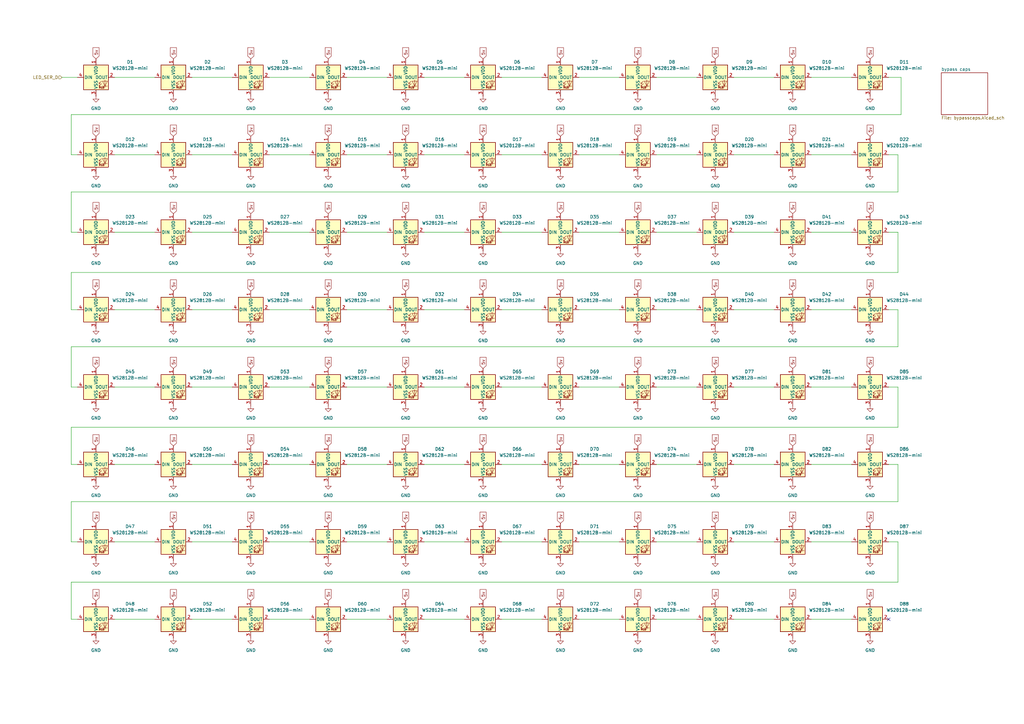
<source format=kicad_sch>
(kicad_sch (version 20231120) (generator "eeschema") (generator_version "8.0")
  (paper "A3")
  (no_connect (at 364.49 254))
  (wire (pts (xy 368.3 175.26) (xy 29.21 175.26)))
  (wire (pts (xy 142.24 95.25) (xy 158.75 95.25)))
  (wire (pts (xy 300.99 222.25) (xy 317.5 222.25)))
  (wire (pts (xy 269.24 158.75) (xy 285.75 158.75)))
  (wire (pts (xy 142.24 31.75) (xy 158.75 31.75)))
  (wire (pts (xy 205.74 31.75) (xy 222.25 31.75)))
  (wire (pts (xy 142.24 158.75) (xy 158.75 158.75)))
  (wire (pts (xy 364.49 190.5) (xy 368.3 190.5)))
  (wire (pts (xy 78.74 254) (xy 95.25 254)))
  (wire (pts (xy 46.99 127) (xy 63.5 127)))
  (wire (pts (xy 368.3 238.76) (xy 29.21 238.76)))
  (wire (pts (xy 332.74 222.25) (xy 349.25 222.25)))
  (wire (pts (xy 29.21 127) (xy 31.75 127)))
  (wire (pts (xy 29.21 238.76) (xy 29.21 254)))
  (wire (pts (xy 29.21 205.74) (xy 29.21 222.25)))
  (wire (pts (xy 237.49 254) (xy 254 254)))
  (wire (pts (xy 110.49 158.75) (xy 127 158.75)))
  (wire (pts (xy 78.74 127) (xy 95.25 127)))
  (wire (pts (xy 205.74 158.75) (xy 222.25 158.75)))
  (wire (pts (xy 368.3 95.25) (xy 368.3 111.76)))
  (wire (pts (xy 29.21 63.5) (xy 31.75 63.5)))
  (wire (pts (xy 29.21 158.75) (xy 31.75 158.75)))
  (wire (pts (xy 173.99 254) (xy 190.5 254)))
  (wire (pts (xy 78.74 222.25) (xy 95.25 222.25)))
  (wire (pts (xy 332.74 190.5) (xy 349.25 190.5)))
  (wire (pts (xy 364.49 158.75) (xy 368.3 158.75)))
  (wire (pts (xy 205.74 222.25) (xy 222.25 222.25)))
  (wire (pts (xy 269.24 95.25) (xy 285.75 95.25)))
  (wire (pts (xy 237.49 63.5) (xy 254 63.5)))
  (wire (pts (xy 110.49 190.5) (xy 127 190.5)))
  (wire (pts (xy 29.21 175.26) (xy 29.21 190.5)))
  (wire (pts (xy 332.74 254) (xy 349.25 254)))
  (wire (pts (xy 300.99 158.75) (xy 317.5 158.75)))
  (wire (pts (xy 173.99 95.25) (xy 190.5 95.25)))
  (wire (pts (xy 364.49 127) (xy 368.3 127)))
  (wire (pts (xy 29.21 222.25) (xy 31.75 222.25)))
  (wire (pts (xy 368.3 158.75) (xy 368.3 175.26)))
  (wire (pts (xy 110.49 63.5) (xy 127 63.5)))
  (wire (pts (xy 29.21 142.24) (xy 29.21 158.75)))
  (wire (pts (xy 46.99 190.5) (xy 63.5 190.5)))
  (wire (pts (xy 46.99 158.75) (xy 63.5 158.75)))
  (wire (pts (xy 368.3 190.5) (xy 368.3 205.74)))
  (wire (pts (xy 173.99 190.5) (xy 190.5 190.5)))
  (wire (pts (xy 237.49 190.5) (xy 254 190.5)))
  (wire (pts (xy 269.24 63.5) (xy 285.75 63.5)))
  (wire (pts (xy 78.74 31.75) (xy 95.25 31.75)))
  (wire (pts (xy 142.24 63.5) (xy 158.75 63.5)))
  (wire (pts (xy 368.3 111.76) (xy 29.21 111.76)))
  (wire (pts (xy 173.99 31.75) (xy 190.5 31.75)))
  (wire (pts (xy 237.49 158.75) (xy 254 158.75)))
  (wire (pts (xy 300.99 190.5) (xy 317.5 190.5)))
  (wire (pts (xy 173.99 127) (xy 190.5 127)))
  (wire (pts (xy 237.49 222.25) (xy 254 222.25)))
  (wire (pts (xy 332.74 31.75) (xy 349.25 31.75)))
  (wire (pts (xy 173.99 63.5) (xy 190.5 63.5)))
  (wire (pts (xy 78.74 63.5) (xy 95.25 63.5)))
  (wire (pts (xy 142.24 127) (xy 158.75 127)))
  (wire (pts (xy 110.49 254) (xy 127 254)))
  (wire (pts (xy 29.21 95.25) (xy 31.75 95.25)))
  (wire (pts (xy 368.3 222.25) (xy 368.3 238.76)))
  (wire (pts (xy 29.21 111.76) (xy 29.21 127)))
  (wire (pts (xy 78.74 95.25) (xy 95.25 95.25)))
  (wire (pts (xy 46.99 63.5) (xy 63.5 63.5)))
  (wire (pts (xy 332.74 63.5) (xy 349.25 63.5)))
  (wire (pts (xy 269.24 127) (xy 285.75 127)))
  (wire (pts (xy 142.24 254) (xy 158.75 254)))
  (wire (pts (xy 332.74 127) (xy 349.25 127)))
  (wire (pts (xy 25.4 31.75) (xy 31.75 31.75)))
  (wire (pts (xy 205.74 127) (xy 222.25 127)))
  (wire (pts (xy 368.3 142.24) (xy 29.21 142.24)))
  (wire (pts (xy 46.99 31.75) (xy 63.5 31.75)))
  (wire (pts (xy 364.49 63.5) (xy 368.3 63.5)))
  (wire (pts (xy 29.21 190.5) (xy 31.75 190.5)))
  (wire (pts (xy 173.99 222.25) (xy 190.5 222.25)))
  (wire (pts (xy 29.21 254) (xy 31.75 254)))
  (wire (pts (xy 29.21 46.99) (xy 29.21 63.5)))
  (wire (pts (xy 369.57 31.75) (xy 369.57 46.99)))
  (wire (pts (xy 78.74 190.5) (xy 95.25 190.5)))
  (wire (pts (xy 269.24 31.75) (xy 285.75 31.75)))
  (wire (pts (xy 300.99 95.25) (xy 317.5 95.25)))
  (wire (pts (xy 142.24 190.5) (xy 158.75 190.5)))
  (wire (pts (xy 300.99 63.5) (xy 317.5 63.5)))
  (wire (pts (xy 237.49 31.75) (xy 254 31.75)))
  (wire (pts (xy 300.99 31.75) (xy 317.5 31.75)))
  (wire (pts (xy 110.49 127) (xy 127 127)))
  (wire (pts (xy 368.3 63.5) (xy 368.3 78.74)))
  (wire (pts (xy 205.74 254) (xy 222.25 254)))
  (wire (pts (xy 110.49 31.75) (xy 127 31.75)))
  (wire (pts (xy 237.49 127) (xy 254 127)))
  (wire (pts (xy 173.99 158.75) (xy 190.5 158.75)))
  (wire (pts (xy 364.49 31.75) (xy 369.57 31.75)))
  (wire (pts (xy 78.74 158.75) (xy 95.25 158.75)))
  (wire (pts (xy 46.99 95.25) (xy 63.5 95.25)))
  (wire (pts (xy 205.74 95.25) (xy 222.25 95.25)))
  (wire (pts (xy 237.49 95.25) (xy 254 95.25)))
  (wire (pts (xy 368.3 127) (xy 368.3 142.24)))
  (wire (pts (xy 29.21 78.74) (xy 29.21 95.25)))
  (wire (pts (xy 110.49 95.25) (xy 127 95.25)))
  (wire (pts (xy 368.3 205.74) (xy 29.21 205.74)))
  (wire (pts (xy 46.99 254) (xy 63.5 254)))
  (wire (pts (xy 368.3 78.74) (xy 29.21 78.74)))
  (wire (pts (xy 332.74 158.75) (xy 349.25 158.75)))
  (wire (pts (xy 269.24 222.25) (xy 285.75 222.25)))
  (wire (pts (xy 369.57 46.99) (xy 29.21 46.99)))
  (wire (pts (xy 110.49 222.25) (xy 127 222.25)))
  (wire (pts (xy 205.74 190.5) (xy 222.25 190.5)))
  (wire (pts (xy 300.99 127) (xy 317.5 127)))
  (wire (pts (xy 300.99 254) (xy 317.5 254)))
  (wire (pts (xy 142.24 222.25) (xy 158.75 222.25)))
  (wire (pts (xy 332.74 95.25) (xy 349.25 95.25)))
  (wire (pts (xy 364.49 222.25) (xy 368.3 222.25)))
  (wire (pts (xy 205.74 63.5) (xy 222.25 63.5)))
  (wire (pts (xy 269.24 190.5) (xy 285.75 190.5)))
  (wire (pts (xy 269.24 254) (xy 285.75 254)))
  (wire (pts (xy 364.49 95.25) (xy 368.3 95.25)))
  (wire (pts (xy 46.99 222.25) (xy 63.5 222.25)))
  (text "16 Knobs, 5 LEDs per knob.\n8 Buttons, \n\n16*5 + 8 = 88 LEDs" (at 15.494 -26.416 0) (effects (font (size 2.54 2.54)) (justify left)))
  (global_label "5v" (shape input) (at 261.62 87.63 90) (property "Intersheetrefs" "${INTERSHEET_REFS}" (effects (hide yes))))
  (global_label "5v" (shape input) (at 71.12 151.13 90) (property "Intersheetrefs" "${INTERSHEET_REFS}" (effects (hide yes))))
  (global_label "5v" (shape input) (at 261.62 214.63 90) (property "Intersheetrefs" "${INTERSHEET_REFS}" (effects (hide yes))))
  (global_label "5v" (shape input) (at 325.12 119.38 90) (property "Intersheetrefs" "${INTERSHEET_REFS}" (effects (hide yes))))
  (global_label "5v" (shape input) (at 261.62 24.13 90) (property "Intersheetrefs" "${INTERSHEET_REFS}" (effects (hide yes))))
  (global_label "5v" (shape input) (at 293.37 182.88 90) (property "Intersheetrefs" "${INTERSHEET_REFS}" (effects (hide yes))))
  (global_label "5v" (shape input) (at 39.37 119.38 90) (property "Intersheetrefs" "${INTERSHEET_REFS}" (effects (hide yes))))
  (global_label "5v" (shape input) (at 293.37 151.13 90) (property "Intersheetrefs" "${INTERSHEET_REFS}" (effects (hide yes))))
  (global_label "5v" (shape input) (at 134.62 214.63 90) (property "Intersheetrefs" "${INTERSHEET_REFS}" (effects (hide yes))))
  (global_label "5v" (shape input) (at 293.37 246.38 90) (property "Intersheetrefs" "${INTERSHEET_REFS}" (effects (hide yes))))
  (global_label "5v" (shape input) (at 166.37 87.63 90) (property "Intersheetrefs" "${INTERSHEET_REFS}" (effects (hide yes))))
  (global_label "5v" (shape input) (at 134.62 55.88 90) (property "Intersheetrefs" "${INTERSHEET_REFS}" (effects (hide yes))))
  (global_label "5v" (shape input) (at 356.87 87.63 90) (property "Intersheetrefs" "${INTERSHEET_REFS}" (effects (hide yes))))
  (global_label "5v" (shape input) (at 39.37 246.38 90) (property "Intersheetrefs" "${INTERSHEET_REFS}" (effects (hide yes))))
  (global_label "5v" (shape input) (at 166.37 214.63 90) (property "Intersheetrefs" "${INTERSHEET_REFS}" (effects (hide yes))))
  (global_label "5v" (shape input) (at 325.12 214.63 90) (property "Intersheetrefs" "${INTERSHEET_REFS}" (effects (hide yes))))
  (global_label "5v" (shape input) (at 71.12 55.88 90) (property "Intersheetrefs" "${INTERSHEET_REFS}" (effects (hide yes))))
  (global_label "5v" (shape input) (at 166.37 24.13 90) (property "Intersheetrefs" "${INTERSHEET_REFS}" (effects (hide yes))))
  (global_label "5v" (shape input) (at 198.12 119.38 90) (property "Intersheetrefs" "${INTERSHEET_REFS}" (effects (hide yes))))
  (global_label "5v" (shape input) (at 293.37 24.13 90) (property "Intersheetrefs" "${INTERSHEET_REFS}" (effects (hide yes))))
  (global_label "5v" (shape input) (at 261.62 55.88 90) (property "Intersheetrefs" "${INTERSHEET_REFS}" (effects (hide yes))))
  (global_label "5v" (shape input) (at 71.12 87.63 90) (property "Intersheetrefs" "${INTERSHEET_REFS}" (effects (hide yes))))
  (global_label "5v" (shape input) (at 102.87 182.88 90) (property "Intersheetrefs" "${INTERSHEET_REFS}" (effects (hide yes))))
  (global_label "5v" (shape input) (at 325.12 55.88 90) (property "Intersheetrefs" "${INTERSHEET_REFS}" (effects (hide yes))))
  (global_label "5v" (shape input) (at 39.37 87.63 90) (property "Intersheetrefs" "${INTERSHEET_REFS}" (effects (hide yes))))
  (global_label "5v" (shape input) (at 198.12 151.13 90) (property "Intersheetrefs" "${INTERSHEET_REFS}" (effects (hide yes))))
  (global_label "5v" (shape input) (at 325.12 151.13 90) (property "Intersheetrefs" "${INTERSHEET_REFS}" (effects (hide yes))))
  (global_label "5v" (shape input) (at 229.87 24.13 90) (property "Intersheetrefs" "${INTERSHEET_REFS}" (effects (hide yes))))
  (global_label "5v" (shape input) (at 325.12 182.88 90) (property "Intersheetrefs" "${INTERSHEET_REFS}" (effects (hide yes))))
  (global_label "5v" (shape input) (at 166.37 151.13 90) (property "Intersheetrefs" "${INTERSHEET_REFS}" (effects (hide yes))))
  (global_label "5v" (shape input) (at 261.62 182.88 90) (property "Intersheetrefs" "${INTERSHEET_REFS}" (effects (hide yes))))
  (global_label "5v" (shape input) (at 102.87 214.63 90) (property "Intersheetrefs" "${INTERSHEET_REFS}" (effects (hide yes))))
  (global_label "5v" (shape input) (at 71.12 214.63 90) (property "Intersheetrefs" "${INTERSHEET_REFS}" (effects (hide yes))))
  (global_label "5v" (shape input) (at 102.87 87.63 90) (property "Intersheetrefs" "${INTERSHEET_REFS}" (effects (hide yes))))
  (global_label "5v" (shape input) (at 356.87 182.88 90) (property "Intersheetrefs" "${INTERSHEET_REFS}" (effects (hide yes))))
  (global_label "5v" (shape input) (at 166.37 119.38 90) (property "Intersheetrefs" "${INTERSHEET_REFS}" (effects (hide yes))))
  (global_label "5v" (shape input) (at 356.87 55.88 90) (property "Intersheetrefs" "${INTERSHEET_REFS}" (effects (hide yes))))
  (global_label "5v" (shape input) (at 102.87 151.13 90) (property "Intersheetrefs" "${INTERSHEET_REFS}" (effects (hide yes))))
  (global_label "5v" (shape input) (at 102.87 55.88 90) (property "Intersheetrefs" "${INTERSHEET_REFS}" (effects (hide yes))))
  (global_label "5v" (shape input) (at 71.12 246.38 90) (property "Intersheetrefs" "${INTERSHEET_REFS}" (effects (hide yes))))
  (global_label "5v" (shape input) (at 134.62 182.88 90) (property "Intersheetrefs" "${INTERSHEET_REFS}" (effects (hide yes))))
  (global_label "5v" (shape input) (at 198.12 87.63 90) (property "Intersheetrefs" "${INTERSHEET_REFS}" (effects (hide yes))))
  (global_label "5v" (shape input) (at 229.87 246.38 90) (property "Intersheetrefs" "${INTERSHEET_REFS}" (effects (hide yes))))
  (global_label "5v" (shape input) (at 71.12 24.13 90) (property "Intersheetrefs" "${INTERSHEET_REFS}" (effects (hide yes))))
  (global_label "5v" (shape input) (at 229.87 182.88 90) (property "Intersheetrefs" "${INTERSHEET_REFS}" (effects (hide yes))))
  (global_label "5v" (shape input) (at 134.62 151.13 90) (property "Intersheetrefs" "${INTERSHEET_REFS}" (effects (hide yes))))
  (global_label "5v" (shape input) (at 261.62 119.38 90) (property "Intersheetrefs" "${INTERSHEET_REFS}" (effects (hide yes))))
  (global_label "5v" (shape input) (at 166.37 182.88 90) (property "Intersheetrefs" "${INTERSHEET_REFS}" (effects (hide yes))))
  (global_label "5v" (shape input) (at 39.37 55.88 90) (property "Intersheetrefs" "${INTERSHEET_REFS}" (effects (hide yes))))
  (global_label "5v" (shape input) (at 293.37 55.88 90) (property "Intersheetrefs" "${INTERSHEET_REFS}" (effects (hide yes))))
  (global_label "5v" (shape input) (at 293.37 87.63 90) (property "Intersheetrefs" "${INTERSHEET_REFS}" (effects (hide yes))))
  (global_label "5v" (shape input) (at 198.12 214.63 90) (property "Intersheetrefs" "${INTERSHEET_REFS}" (effects (hide yes))))
  (global_label "5v" (shape input) (at 102.87 119.38 90) (property "Intersheetrefs" "${INTERSHEET_REFS}" (effects (hide yes))))
  (global_label "5v" (shape input) (at 293.37 214.63 90) (property "Intersheetrefs" "${INTERSHEET_REFS}" (effects (hide yes))))
  (global_label "5v" (shape input) (at 134.62 87.63 90) (property "Intersheetrefs" "${INTERSHEET_REFS}" (effects (hide yes))))
  (global_label "5v" (shape input) (at 71.12 182.88 90) (property "Intersheetrefs" "${INTERSHEET_REFS}" (effects (hide yes))))
  (global_label "5v" (shape input) (at 134.62 246.38 90) (property "Intersheetrefs" "${INTERSHEET_REFS}" (effects (hide yes))))
  (global_label "5v" (shape input) (at 229.87 55.88 90) (property "Intersheetrefs" "${INTERSHEET_REFS}" (effects (hide yes))))
  (global_label "5v" (shape input) (at 325.12 246.38 90) (property "Intersheetrefs" "${INTERSHEET_REFS}" (effects (hide yes))))
  (global_label "5v" (shape input) (at 39.37 24.13 90) (property "Intersheetrefs" "${INTERSHEET_REFS}" (effects (hide yes))))
  (global_label "5v" (shape input) (at 325.12 24.13 90) (property "Intersheetrefs" "${INTERSHEET_REFS}" (effects (hide yes))))
  (global_label "5v" (shape input) (at 356.87 24.13 90) (property "Intersheetrefs" "${INTERSHEET_REFS}" (effects (hide yes))))
  (global_label "5v" (shape input) (at 261.62 151.13 90) (property "Intersheetrefs" "${INTERSHEET_REFS}" (effects (hide yes))))
  (global_label "5v" (shape input) (at 39.37 182.88 90) (property "Intersheetrefs" "${INTERSHEET_REFS}" (effects (hide yes))))
  (global_label "5v" (shape input) (at 229.87 214.63 90) (property "Intersheetrefs" "${INTERSHEET_REFS}" (effects (hide yes))))
  (global_label "5v" (shape input) (at 229.87 119.38 90) (property "Intersheetrefs" "${INTERSHEET_REFS}" (effects (hide yes))))
  (global_label "5v" (shape input) (at 166.37 246.38 90) (property "Intersheetrefs" "${INTERSHEET_REFS}" (effects (hide yes))))
  (global_label "5v" (shape input) (at 356.87 119.38 90) (property "Intersheetrefs" "${INTERSHEET_REFS}" (effects (hide yes))))
  (global_label "5v" (shape input) (at 198.12 246.38 90) (property "Intersheetrefs" "${INTERSHEET_REFS}" (effects (hide yes))))
  (global_label "5v" (shape input) (at 102.87 24.13 90) (property "Intersheetrefs" "${INTERSHEET_REFS}" (effects (hide yes))))
  (global_label "5v" (shape input) (at 229.87 87.63 90) (property "Intersheetrefs" "${INTERSHEET_REFS}" (effects (hide yes))))
  (global_label "5v" (shape input) (at 166.37 55.88 90) (property "Intersheetrefs" "${INTERSHEET_REFS}" (effects (hide yes))))
  (global_label "5v" (shape input) (at 261.62 246.38 90) (property "Intersheetrefs" "${INTERSHEET_REFS}" (effects (hide yes))))
  (global_label "5v" (shape input) (at 325.12 87.63 90) (property "Intersheetrefs" "${INTERSHEET_REFS}" (effects (hide yes))))
  (global_label "5v" (shape input) (at 134.62 119.38 90) (property "Intersheetrefs" "${INTERSHEET_REFS}" (effects (hide yes))))
  (global_label "5v" (shape input) (at 71.12 119.38 90) (property "Intersheetrefs" "${INTERSHEET_REFS}" (effects (hide yes))))
  (global_label "5v" (shape input) (at 134.62 24.13 90) (property "Intersheetrefs" "${INTERSHEET_REFS}" (effects (hide yes))))
  (global_label "5v" (shape input) (at 356.87 214.63 90) (property "Intersheetrefs" "${INTERSHEET_REFS}" (effects (hide yes))))
  (global_label "5v" (shape input) (at 39.37 214.63 90) (property "Intersheetrefs" "${INTERSHEET_REFS}" (effects (hide yes))))
  (global_label "5v" (shape input) (at 293.37 119.38 90) (property "Intersheetrefs" "${INTERSHEET_REFS}" (effects (hide yes))))
  (global_label "5v" (shape input) (at 198.12 182.88 90) (property "Intersheetrefs" "${INTERSHEET_REFS}" (effects (hide yes))))
  (global_label "5v" (shape input) (at 39.37 151.13 90) (property "Intersheetrefs" "${INTERSHEET_REFS}" (effects (hide yes))))
  (global_label "5v" (shape input) (at 356.87 151.13 90) (property "Intersheetrefs" "${INTERSHEET_REFS}" (effects (hide yes))))
  (global_label "5v" (shape input) (at 356.87 246.38 90) (property "Intersheetrefs" "${INTERSHEET_REFS}" (effects (hide yes))))
  (global_label "5v" (shape input) (at 102.87 246.38 90) (property "Intersheetrefs" "${INTERSHEET_REFS}" (effects (hide yes))))
  (global_label "5v" (shape input) (at 229.87 151.13 90) (property "Intersheetrefs" "${INTERSHEET_REFS}" (effects (hide yes))))
  (global_label "5v" (shape input) (at 198.12 55.88 90) (property "Intersheetrefs" "${INTERSHEET_REFS}" (effects (hide yes))))
  (global_label "5v" (shape input) (at 198.12 24.13 90) (property "Intersheetrefs" "${INTERSHEET_REFS}" (effects (hide yes))))
  (hierarchical_label "LED_SER_D" (shape input) (at 25.4 31.75 180))
  (symbol (lib_id "power:GND") (at 198.12 166.37 0) (unit 1)
    (property "Reference" "#PWR99" (effects (hide yes)))
    (property "Value" "GND" (at 198.12 171.45 0))
    (property "Description" "Power symbol creates a global label with name \"GND\" , ground" (effects (hide yes)))
  )
  (symbol (lib_id "power:GND") (at 102.87 134.62 0) (unit 1)
    (property "Reference" "#PWR62" (effects (hide yes)))
    (property "Value" "GND" (at 102.87 139.7 0))
    (property "Description" "Power symbol creates a global label with name \"GND\" , ground" (effects (hide yes)))
  )
  (symbol (lib_id "power:GND") (at 166.37 166.37 0) (unit 1)
    (property "Reference" "#PWR95" (effects (hide yes)))
    (property "Value" "GND" (at 166.37 171.45 0))
    (property "Description" "Power symbol creates a global label with name \"GND\" , ground" (effects (hide yes)))
  )
  (symbol (lib_id "power:GND") (at 71.12 39.37 0) (unit 1)
    (property "Reference" "#PWR36" (effects (hide yes)))
    (property "Value" "GND" (at 71.12 44.45 0))
    (property "Description" "Power symbol creates a global label with name \"GND\" , ground" (effects (hide yes)))
  )
  (symbol (lib_id "power:GND") (at 293.37 198.12 0) (unit 1)
    (property "Reference" "#PWR112" (effects (hide yes)))
    (property "Value" "GND" (at 293.37 203.2 0))
    (property "Description" "Power symbol creates a global label with name \"GND\" , ground" (effects (hide yes)))
  )
  (symbol (lib_id "LED:WS2812B") (at 102.87 222.25 0) (unit 1)
    (property "Reference" "D55" (at 116.84 215.9314 0))
    (property "Value" "WS2812B-mini" (at 116.84 218.4714 0))
    (property "Footprint" "LED_SMD:LED_WS2812B-Mini_PLCC4_3.5x3.5mm" (effects (hide yes)))
    (property "Datasheet" "https://cdn-shop.adafruit.com/datasheets/WS2812B.pdf" (effects (hide yes)))
    (property "Description" "RGB LED with integrated controller" (effects (hide yes)))
  )
  (symbol (lib_id "LED:WS2812B") (at 325.12 127 0) (unit 1)
    (property "Reference" "D42" (at 339.09 120.6814 0))
    (property "Value" "WS2812B-mini" (at 339.09 123.2214 0))
    (property "Footprint" "LED_SMD:LED_WS2812B-Mini_PLCC4_3.5x3.5mm" (effects (hide yes)))
    (property "Datasheet" "https://cdn-shop.adafruit.com/datasheets/WS2812B.pdf" (effects (hide yes)))
    (property "Description" "RGB LED with integrated controller" (effects (hide yes)))
  )
  (symbol (lib_id "power:GND") (at 134.62 134.62 0) (unit 1)
    (property "Reference" "#PWR64" (effects (hide yes)))
    (property "Value" "GND" (at 134.62 139.7 0))
    (property "Description" "Power symbol creates a global label with name \"GND\" , ground" (effects (hide yes)))
  )
  (symbol (lib_id "LED:WS2812B") (at 39.37 158.75 0) (unit 1)
    (property "Reference" "D45" (at 53.34 152.4314 0))
    (property "Value" "WS2812B-mini" (at 53.34 154.9714 0))
    (property "Footprint" "LED_SMD:LED_WS2812B-Mini_PLCC4_3.5x3.5mm" (effects (hide yes)))
    (property "Datasheet" "https://cdn-shop.adafruit.com/datasheets/WS2812B.pdf" (effects (hide yes)))
    (property "Description" "RGB LED with integrated controller" (effects (hide yes)))
  )
  (symbol (lib_id "LED:WS2812B") (at 293.37 95.25 0) (unit 1)
    (property "Reference" "D39" (at 307.34 88.9314 0))
    (property "Value" "WS2812B-mini" (at 307.34 91.4714 0))
    (property "Footprint" "LED_SMD:LED_WS2812B-Mini_PLCC4_3.5x3.5mm" (effects (hide yes)))
    (property "Datasheet" "https://cdn-shop.adafruit.com/datasheets/WS2812B.pdf" (effects (hide yes)))
    (property "Description" "RGB LED with integrated controller" (effects (hide yes)))
  )
  (symbol (lib_id "power:GND") (at 293.37 71.12 0) (unit 1)
    (property "Reference" "#PWR54" (effects (hide yes)))
    (property "Value" "GND" (at 293.37 76.2 0))
    (property "Description" "Power symbol creates a global label with name \"GND\" , ground" (effects (hide yes)))
  )
  (symbol (lib_id "power:GND") (at 39.37 261.62 0) (unit 1)
    (property "Reference" "#PWR82" (effects (hide yes)))
    (property "Value" "GND" (at 39.37 266.7 0))
    (property "Description" "Power symbol creates a global label with name \"GND\" , ground" (effects (hide yes)))
  )
  (symbol (lib_id "LED:WS2812B") (at 356.87 222.25 0) (unit 1)
    (property "Reference" "D87" (at 370.84 215.9314 0))
    (property "Value" "WS2812B-mini" (at 370.84 218.4714 0))
    (property "Footprint" "LED_SMD:LED_WS2812B-Mini_PLCC4_3.5x3.5mm" (effects (hide yes)))
    (property "Datasheet" "https://cdn-shop.adafruit.com/datasheets/WS2812B.pdf" (effects (hide yes)))
    (property "Description" "RGB LED with integrated controller" (effects (hide yes)))
  )
  (symbol (lib_id "LED:WS2812B") (at 325.12 63.5 0) (unit 1)
    (property "Reference" "D21" (at 339.09 57.1814 0))
    (property "Value" "WS2812B-mini" (at 339.09 59.7214 0))
    (property "Footprint" "LED_SMD:LED_WS2812B-Mini_PLCC4_3.5x3.5mm" (effects (hide yes)))
    (property "Datasheet" "https://cdn-shop.adafruit.com/datasheets/WS2812B.pdf" (effects (hide yes)))
    (property "Description" "RGB LED with integrated controller" (effects (hide yes)))
  )
  (symbol (lib_id "power:GND") (at 261.62 166.37 0) (unit 1)
    (property "Reference" "#PWR107" (effects (hide yes)))
    (property "Value" "GND" (at 261.62 171.45 0))
    (property "Description" "Power symbol creates a global label with name \"GND\" , ground" (effects (hide yes)))
  )
  (symbol (lib_id "LED:WS2812B") (at 198.12 95.25 0) (unit 1)
    (property "Reference" "D33" (at 212.09 88.9314 0))
    (property "Value" "WS2812B-mini" (at 212.09 91.4714 0))
    (property "Footprint" "LED_SMD:LED_WS2812B-Mini_PLCC4_3.5x3.5mm" (effects (hide yes)))
    (property "Datasheet" "https://cdn-shop.adafruit.com/datasheets/WS2812B.pdf" (effects (hide yes)))
    (property "Description" "RGB LED with integrated controller" (effects (hide yes)))
  )
  (symbol (lib_id "LED:WS2812B") (at 198.12 158.75 0) (unit 1)
    (property "Reference" "D65" (at 212.09 152.4314 0))
    (property "Value" "WS2812B-mini" (at 212.09 154.9714 0))
    (property "Footprint" "LED_SMD:LED_WS2812B-Mini_PLCC4_3.5x3.5mm" (effects (hide yes)))
    (property "Datasheet" "https://cdn-shop.adafruit.com/datasheets/WS2812B.pdf" (effects (hide yes)))
    (property "Description" "RGB LED with integrated controller" (effects (hide yes)))
  )
  (symbol (lib_id "power:GND") (at 229.87 71.12 0) (unit 1)
    (property "Reference" "#PWR52" (effects (hide yes)))
    (property "Value" "GND" (at 229.87 76.2 0))
    (property "Description" "Power symbol creates a global label with name \"GND\" , ground" (effects (hide yes)))
  )
  (symbol (lib_id "LED:WS2812B") (at 261.62 190.5 0) (unit 1)
    (property "Reference" "D74" (at 275.59 184.1814 0))
    (property "Value" "WS2812B-mini" (at 275.59 186.7214 0))
    (property "Footprint" "LED_SMD:LED_WS2812B-Mini_PLCC4_3.5x3.5mm" (effects (hide yes)))
    (property "Datasheet" "https://cdn-shop.adafruit.com/datasheets/WS2812B.pdf" (effects (hide yes)))
    (property "Description" "RGB LED with integrated controller" (effects (hide yes)))
  )
  (symbol (lib_id "LED:WS2812B") (at 229.87 95.25 0) (unit 1)
    (property "Reference" "D35" (at 243.84 88.9314 0))
    (property "Value" "WS2812B-mini" (at 243.84 91.4714 0))
    (property "Footprint" "LED_SMD:LED_WS2812B-Mini_PLCC4_3.5x3.5mm" (effects (hide yes)))
    (property "Datasheet" "https://cdn-shop.adafruit.com/datasheets/WS2812B.pdf" (effects (hide yes)))
    (property "Description" "RGB LED with integrated controller" (effects (hide yes)))
  )
  (symbol (lib_id "power:GND") (at 325.12 261.62 0) (unit 1)
    (property "Reference" "#PWR118" (effects (hide yes)))
    (property "Value" "GND" (at 325.12 266.7 0))
    (property "Description" "Power symbol creates a global label with name \"GND\" , ground" (effects (hide yes)))
  )
  (symbol (lib_id "LED:WS2812B") (at 325.12 190.5 0) (unit 1)
    (property "Reference" "D82" (at 339.09 184.1814 0))
    (property "Value" "WS2812B-mini" (at 339.09 186.7214 0))
    (property "Footprint" "LED_SMD:LED_WS2812B-Mini_PLCC4_3.5x3.5mm" (effects (hide yes)))
    (property "Datasheet" "https://cdn-shop.adafruit.com/datasheets/WS2812B.pdf" (effects (hide yes)))
    (property "Description" "RGB LED with integrated controller" (effects (hide yes)))
  )
  (symbol (lib_id "LED:WS2812B") (at 102.87 31.75 0) (unit 1)
    (property "Reference" "D3" (at 116.84 25.4314 0))
    (property "Value" "WS2812B-mini" (at 116.84 27.9714 0))
    (property "Footprint" "LED_SMD:LED_WS2812B-Mini_PLCC4_3.5x3.5mm" (effects (hide yes)))
    (property "Datasheet" "https://cdn-shop.adafruit.com/datasheets/WS2812B.pdf" (effects (hide yes)))
    (property "Description" "RGB LED with integrated controller" (effects (hide yes)))
  )
  (symbol (lib_id "LED:WS2812B") (at 39.37 31.75 0) (unit 1)
    (property "Reference" "D1" (at 53.34 25.4314 0))
    (property "Value" "WS2812B-mini" (at 53.34 27.9714 0))
    (property "Footprint" "LED_SMD:LED_WS2812B-Mini_PLCC4_3.5x3.5mm" (effects (hide yes)))
    (property "Datasheet" "https://cdn-shop.adafruit.com/datasheets/WS2812B.pdf" (effects (hide yes)))
    (property "Description" "RGB LED with integrated controller" (effects (hide yes)))
  )
  (symbol (lib_id "power:GND") (at 134.62 229.87 0) (unit 1)
    (property "Reference" "#PWR93" (effects (hide yes)))
    (property "Value" "GND" (at 134.62 234.95 0))
    (property "Description" "Power symbol creates a global label with name \"GND\" , ground" (effects (hide yes)))
  )
  (symbol (lib_id "LED:WS2812B") (at 166.37 127 0) (unit 1)
    (property "Reference" "D32" (at 180.34 120.6814 0))
    (property "Value" "WS2812B-mini" (at 180.34 123.2214 0))
    (property "Footprint" "LED_SMD:LED_WS2812B-Mini_PLCC4_3.5x3.5mm" (effects (hide yes)))
    (property "Datasheet" "https://cdn-shop.adafruit.com/datasheets/WS2812B.pdf" (effects (hide yes)))
    (property "Description" "RGB LED with integrated controller" (effects (hide yes)))
  )
  (symbol (lib_id "LED:WS2812B") (at 293.37 254 0) (unit 1)
    (property "Reference" "D80" (at 307.34 247.6814 0))
    (property "Value" "WS2812B-mini" (at 307.34 250.2214 0))
    (property "Footprint" "LED_SMD:LED_WS2812B-Mini_PLCC4_3.5x3.5mm" (effects (hide yes)))
    (property "Datasheet" "https://cdn-shop.adafruit.com/datasheets/WS2812B.pdf" (effects (hide yes)))
    (property "Description" "RGB LED with integrated controller" (effects (hide yes)))
  )
  (symbol (lib_id "LED:WS2812B") (at 356.87 63.5 0) (unit 1)
    (property "Reference" "D22" (at 370.84 57.1814 0))
    (property "Value" "WS2812B-mini" (at 370.84 59.7214 0))
    (property "Footprint" "LED_SMD:LED_WS2812B-Mini_PLCC4_3.5x3.5mm" (effects (hide yes)))
    (property "Datasheet" "https://cdn-shop.adafruit.com/datasheets/WS2812B.pdf" (effects (hide yes)))
    (property "Description" "RGB LED with integrated controller" (effects (hide yes)))
  )
  (symbol (lib_id "power:GND") (at 102.87 198.12 0) (unit 1)
    (property "Reference" "#PWR88" (effects (hide yes)))
    (property "Value" "GND" (at 102.87 203.2 0))
    (property "Description" "Power symbol creates a global label with name \"GND\" , ground" (effects (hide yes)))
  )
  (symbol (lib_id "power:GND") (at 102.87 102.87 0) (unit 1)
    (property "Reference" "#PWR61" (effects (hide yes)))
    (property "Value" "GND" (at 102.87 107.95 0))
    (property "Description" "Power symbol creates a global label with name \"GND\" , ground" (effects (hide yes)))
  )
  (symbol (lib_id "power:GND") (at 71.12 198.12 0) (unit 1)
    (property "Reference" "#PWR84" (effects (hide yes)))
    (property "Value" "GND" (at 71.12 203.2 0))
    (property "Description" "Power symbol creates a global label with name \"GND\" , ground" (effects (hide yes)))
  )
  (symbol (lib_id "LED:WS2812B") (at 356.87 190.5 0) (unit 1)
    (property "Reference" "D86" (at 370.84 184.1814 0))
    (property "Value" "WS2812B-mini" (at 370.84 186.7214 0))
    (property "Footprint" "LED_SMD:LED_WS2812B-Mini_PLCC4_3.5x3.5mm" (effects (hide yes)))
    (property "Datasheet" "https://cdn-shop.adafruit.com/datasheets/WS2812B.pdf" (effects (hide yes)))
    (property "Description" "RGB LED with integrated controller" (effects (hide yes)))
  )
  (symbol (lib_id "power:GND") (at 325.12 39.37 0) (unit 1)
    (property "Reference" "#PWR44" (effects (hide yes)))
    (property "Value" "GND" (at 325.12 44.45 0))
    (property "Description" "Power symbol creates a global label with name \"GND\" , ground" (effects (hide yes)))
  )
  (symbol (lib_id "power:GND") (at 229.87 102.87 0) (unit 1)
    (property "Reference" "#PWR69" (effects (hide yes)))
    (property "Value" "GND" (at 229.87 107.95 0))
    (property "Description" "Power symbol creates a global label with name \"GND\" , ground" (effects (hide yes)))
  )
  (symbol (lib_id "LED:WS2812B") (at 325.12 31.75 0) (unit 1)
    (property "Reference" "D10" (at 339.09 25.4314 0))
    (property "Value" "WS2812B-mini" (at 339.09 27.9714 0))
    (property "Footprint" "LED_SMD:LED_WS2812B-Mini_PLCC4_3.5x3.5mm" (effects (hide yes)))
    (property "Datasheet" "https://cdn-shop.adafruit.com/datasheets/WS2812B.pdf" (effects (hide yes)))
    (property "Description" "RGB LED with integrated controller" (effects (hide yes)))
  )
  (symbol (lib_id "power:GND") (at 293.37 102.87 0) (unit 1)
    (property "Reference" "#PWR73" (effects (hide yes)))
    (property "Value" "GND" (at 293.37 107.95 0))
    (property "Description" "Power symbol creates a global label with name \"GND\" , ground" (effects (hide yes)))
  )
  (symbol (lib_id "LED:WS2812B") (at 229.87 254 0) (unit 1)
    (property "Reference" "D72" (at 243.84 247.6814 0))
    (property "Value" "WS2812B-mini" (at 243.84 250.2214 0))
    (property "Footprint" "LED_SMD:LED_WS2812B-Mini_PLCC4_3.5x3.5mm" (effects (hide yes)))
    (property "Datasheet" "https://cdn-shop.adafruit.com/datasheets/WS2812B.pdf" (effects (hide yes)))
    (property "Description" "RGB LED with integrated controller" (effects (hide yes)))
  )
  (symbol (lib_id "power:GND") (at 261.62 102.87 0) (unit 1)
    (property "Reference" "#PWR71" (effects (hide yes)))
    (property "Value" "GND" (at 261.62 107.95 0))
    (property "Description" "Power symbol creates a global label with name \"GND\" , ground" (effects (hide yes)))
  )
  (symbol (lib_id "power:GND") (at 356.87 39.37 0) (unit 1)
    (property "Reference" "#PWR45" (effects (hide yes)))
    (property "Value" "GND" (at 356.87 44.45 0))
    (property "Description" "Power symbol creates a global label with name \"GND\" , ground" (effects (hide yes)))
  )
  (symbol (lib_id "power:GND") (at 102.87 261.62 0) (unit 1)
    (property "Reference" "#PWR90" (effects (hide yes)))
    (property "Value" "GND" (at 102.87 266.7 0))
    (property "Description" "Power symbol creates a global label with name \"GND\" , ground" (effects (hide yes)))
  )
  (symbol (lib_id "LED:WS2812B") (at 198.12 63.5 0) (unit 1)
    (property "Reference" "D17" (at 212.09 57.1814 0))
    (property "Value" "WS2812B-mini" (at 212.09 59.7214 0))
    (property "Footprint" "LED_SMD:LED_WS2812B-Mini_PLCC4_3.5x3.5mm" (effects (hide yes)))
    (property "Datasheet" "https://cdn-shop.adafruit.com/datasheets/WS2812B.pdf" (effects (hide yes)))
    (property "Description" "RGB LED with integrated controller" (effects (hide yes)))
  )
  (symbol (lib_id "LED:WS2812B") (at 261.62 222.25 0) (unit 1)
    (property "Reference" "D75" (at 275.59 215.9314 0))
    (property "Value" "WS2812B-mini" (at 275.59 218.4714 0))
    (property "Footprint" "LED_SMD:LED_WS2812B-Mini_PLCC4_3.5x3.5mm" (effects (hide yes)))
    (property "Datasheet" "https://cdn-shop.adafruit.com/datasheets/WS2812B.pdf" (effects (hide yes)))
    (property "Description" "RGB LED with integrated controller" (effects (hide yes)))
  )
  (symbol (lib_id "LED:WS2812B") (at 71.12 222.25 0) (unit 1)
    (property "Reference" "D51" (at 85.09 215.9314 0))
    (property "Value" "WS2812B-mini" (at 85.09 218.4714 0))
    (property "Footprint" "LED_SMD:LED_WS2812B-Mini_PLCC4_3.5x3.5mm" (effects (hide yes)))
    (property "Datasheet" "https://cdn-shop.adafruit.com/datasheets/WS2812B.pdf" (effects (hide yes)))
    (property "Description" "RGB LED with integrated controller" (effects (hide yes)))
  )
  (symbol (lib_id "power:GND") (at 198.12 71.12 0) (unit 1)
    (property "Reference" "#PWR51" (effects (hide yes)))
    (property "Value" "GND" (at 198.12 76.2 0))
    (property "Description" "Power symbol creates a global label with name \"GND\" , ground" (effects (hide yes)))
  )
  (symbol (lib_id "LED:WS2812B") (at 102.87 95.25 0) (unit 1)
    (property "Reference" "D27" (at 116.84 88.9314 0))
    (property "Value" "WS2812B-mini" (at 116.84 91.4714 0))
    (property "Footprint" "LED_SMD:LED_WS2812B-Mini_PLCC4_3.5x3.5mm" (effects (hide yes)))
    (property "Datasheet" "https://cdn-shop.adafruit.com/datasheets/WS2812B.pdf" (effects (hide yes)))
    (property "Description" "RGB LED with integrated controller" (effects (hide yes)))
  )
  (symbol (lib_id "LED:WS2812B") (at 71.12 95.25 0) (unit 1)
    (property "Reference" "D25" (at 85.09 88.9314 0))
    (property "Value" "WS2812B-mini" (at 85.09 91.4714 0))
    (property "Footprint" "LED_SMD:LED_WS2812B-Mini_PLCC4_3.5x3.5mm" (effects (hide yes)))
    (property "Datasheet" "https://cdn-shop.adafruit.com/datasheets/WS2812B.pdf" (effects (hide yes)))
    (property "Description" "RGB LED with integrated controller" (effects (hide yes)))
  )
  (symbol (lib_id "power:GND") (at 293.37 166.37 0) (unit 1)
    (property "Reference" "#PWR111" (effects (hide yes)))
    (property "Value" "GND" (at 293.37 171.45 0))
    (property "Description" "Power symbol creates a global label with name \"GND\" , ground" (effects (hide yes)))
  )
  (symbol (lib_id "power:GND") (at 102.87 71.12 0) (unit 1)
    (property "Reference" "#PWR48" (effects (hide yes)))
    (property "Value" "GND" (at 102.87 76.2 0))
    (property "Description" "Power symbol creates a global label with name \"GND\" , ground" (effects (hide yes)))
  )
  (symbol (lib_id "power:GND") (at 198.12 102.87 0) (unit 1)
    (property "Reference" "#PWR67" (effects (hide yes)))
    (property "Value" "GND" (at 198.12 107.95 0))
    (property "Description" "Power symbol creates a global label with name \"GND\" , ground" (effects (hide yes)))
  )
  (symbol (lib_id "LED:WS2812B") (at 71.12 158.75 0) (unit 1)
    (property "Reference" "D49" (at 85.09 152.4314 0))
    (property "Value" "WS2812B-mini" (at 85.09 154.9714 0))
    (property "Footprint" "LED_SMD:LED_WS2812B-Mini_PLCC4_3.5x3.5mm" (effects (hide yes)))
    (property "Datasheet" "https://cdn-shop.adafruit.com/datasheets/WS2812B.pdf" (effects (hide yes)))
    (property "Description" "RGB LED with integrated controller" (effects (hide yes)))
  )
  (symbol (lib_id "power:GND") (at 325.12 71.12 0) (unit 1)
    (property "Reference" "#PWR55" (effects (hide yes)))
    (property "Value" "GND" (at 325.12 76.2 0))
    (property "Description" "Power symbol creates a global label with name \"GND\" , ground" (effects (hide yes)))
  )
  (symbol (lib_id "power:GND") (at 261.62 134.62 0) (unit 1)
    (property "Reference" "#PWR72" (effects (hide yes)))
    (property "Value" "GND" (at 261.62 139.7 0))
    (property "Description" "Power symbol creates a global label with name \"GND\" , ground" (effects (hide yes)))
  )
  (symbol (lib_id "LED:WS2812B") (at 356.87 158.75 0) (unit 1)
    (property "Reference" "D85" (at 370.84 152.4314 0))
    (property "Value" "WS2812B-mini" (at 370.84 154.9714 0))
    (property "Footprint" "LED_SMD:LED_WS2812B-Mini_PLCC4_3.5x3.5mm" (effects (hide yes)))
    (property "Datasheet" "https://cdn-shop.adafruit.com/datasheets/WS2812B.pdf" (effects (hide yes)))
    (property "Description" "RGB LED with integrated controller" (effects (hide yes)))
  )
  (symbol (lib_id "LED:WS2812B") (at 356.87 254 0) (unit 1)
    (property "Reference" "D88" (at 370.84 247.6814 0))
    (property "Value" "WS2812B-mini" (at 370.84 250.2214 0))
    (property "Footprint" "LED_SMD:LED_WS2812B-Mini_PLCC4_3.5x3.5mm" (effects (hide yes)))
    (property "Datasheet" "https://cdn-shop.adafruit.com/datasheets/WS2812B.pdf" (effects (hide yes)))
    (property "Description" "RGB LED with integrated controller" (effects (hide yes)))
  )
  (symbol (lib_id "power:GND") (at 325.12 229.87 0) (unit 1)
    (property "Reference" "#PWR117" (effects (hide yes)))
    (property "Value" "GND" (at 325.12 234.95 0))
    (property "Description" "Power symbol creates a global label with name \"GND\" , ground" (effects (hide yes)))
  )
  (symbol (lib_id "LED:WS2812B") (at 134.62 222.25 0) (unit 1)
    (property "Reference" "D59" (at 148.59 215.9314 0))
    (property "Value" "WS2812B-mini" (at 148.59 218.4714 0))
    (property "Footprint" "LED_SMD:LED_WS2812B-Mini_PLCC4_3.5x3.5mm" (effects (hide yes)))
    (property "Datasheet" "https://cdn-shop.adafruit.com/datasheets/WS2812B.pdf" (effects (hide yes)))
    (property "Description" "RGB LED with integrated controller" (effects (hide yes)))
  )
  (symbol (lib_id "power:GND") (at 293.37 261.62 0) (unit 1)
    (property "Reference" "#PWR114" (effects (hide yes)))
    (property "Value" "GND" (at 293.37 266.7 0))
    (property "Description" "Power symbol creates a global label with name \"GND\" , ground" (effects (hide yes)))
  )
  (symbol (lib_id "power:GND") (at 198.12 229.87 0) (unit 1)
    (property "Reference" "#PWR101" (effects (hide yes)))
    (property "Value" "GND" (at 198.12 234.95 0))
    (property "Description" "Power symbol creates a global label with name \"GND\" , ground" (effects (hide yes)))
  )
  (symbol (lib_id "power:GND") (at 325.12 134.62 0) (unit 1)
    (property "Reference" "#PWR76" (effects (hide yes)))
    (property "Value" "GND" (at 325.12 139.7 0))
    (property "Description" "Power symbol creates a global label with name \"GND\" , ground" (effects (hide yes)))
  )
  (symbol (lib_id "LED:WS2812B") (at 229.87 222.25 0) (unit 1)
    (property "Reference" "D71" (at 243.84 215.9314 0))
    (property "Value" "WS2812B-mini" (at 243.84 218.4714 0))
    (property "Footprint" "LED_SMD:LED_WS2812B-Mini_PLCC4_3.5x3.5mm" (effects (hide yes)))
    (property "Datasheet" "https://cdn-shop.adafruit.com/datasheets/WS2812B.pdf" (effects (hide yes)))
    (property "Description" "RGB LED with integrated controller" (effects (hide yes)))
  )
  (symbol (lib_id "LED:WS2812B") (at 39.37 254 0) (unit 1)
    (property "Reference" "D48" (at 53.34 247.6814 0))
    (property "Value" "WS2812B-mini" (at 53.34 250.2214 0))
    (property "Footprint" "LED_SMD:LED_WS2812B-Mini_PLCC4_3.5x3.5mm" (effects (hide yes)))
    (property "Datasheet" "https://cdn-shop.adafruit.com/datasheets/WS2812B.pdf" (effects (hide yes)))
    (property "Description" "RGB LED with integrated controller" (effects (hide yes)))
  )
  (symbol (lib_id "LED:WS2812B") (at 134.62 95.25 0) (unit 1)
    (property "Reference" "D29" (at 148.59 88.9314 0))
    (property "Value" "WS2812B-mini" (at 148.59 91.4714 0))
    (property "Footprint" "LED_SMD:LED_WS2812B-Mini_PLCC4_3.5x3.5mm" (effects (hide yes)))
    (property "Datasheet" "https://cdn-shop.adafruit.com/datasheets/WS2812B.pdf" (effects (hide yes)))
    (property "Description" "RGB LED with integrated controller" (effects (hide yes)))
  )
  (symbol (lib_id "power:GND") (at 356.87 198.12 0) (unit 1)
    (property "Reference" "#PWR120" (effects (hide yes)))
    (property "Value" "GND" (at 356.87 203.2 0))
    (property "Description" "Power symbol creates a global label with name \"GND\" , ground" (effects (hide yes)))
  )
  (symbol (lib_id "power:GND") (at 293.37 229.87 0) (unit 1)
    (property "Reference" "#PWR113" (effects (hide yes)))
    (property "Value" "GND" (at 293.37 234.95 0))
    (property "Description" "Power symbol creates a global label with name \"GND\" , ground" (effects (hide yes)))
  )
  (symbol (lib_id "LED:WS2812B") (at 71.12 190.5 0) (unit 1)
    (property "Reference" "D50" (at 85.09 184.1814 0))
    (property "Value" "WS2812B-mini" (at 85.09 186.7214 0))
    (property "Footprint" "LED_SMD:LED_WS2812B-Mini_PLCC4_3.5x3.5mm" (effects (hide yes)))
    (property "Datasheet" "https://cdn-shop.adafruit.com/datasheets/WS2812B.pdf" (effects (hide yes)))
    (property "Description" "RGB LED with integrated controller" (effects (hide yes)))
  )
  (symbol (lib_id "LED:WS2812B") (at 293.37 31.75 0) (unit 1)
    (property "Reference" "D9" (at 307.34 25.4314 0))
    (property "Value" "WS2812B-mini" (at 307.34 27.9714 0))
    (property "Footprint" "LED_SMD:LED_WS2812B-Mini_PLCC4_3.5x3.5mm" (effects (hide yes)))
    (property "Datasheet" "https://cdn-shop.adafruit.com/datasheets/WS2812B.pdf" (effects (hide yes)))
    (property "Description" "RGB LED with integrated controller" (effects (hide yes)))
  )
  (symbol (lib_id "LED:WS2812B") (at 166.37 190.5 0) (unit 1)
    (property "Reference" "D62" (at 180.34 184.1814 0))
    (property "Value" "WS2812B-mini" (at 180.34 186.7214 0))
    (property "Footprint" "LED_SMD:LED_WS2812B-Mini_PLCC4_3.5x3.5mm" (effects (hide yes)))
    (property "Datasheet" "https://cdn-shop.adafruit.com/datasheets/WS2812B.pdf" (effects (hide yes)))
    (property "Description" "RGB LED with integrated controller" (effects (hide yes)))
  )
  (symbol (lib_id "LED:WS2812B") (at 102.87 190.5 0) (unit 1)
    (property "Reference" "D54" (at 116.84 184.1814 0))
    (property "Value" "WS2812B-mini" (at 116.84 186.7214 0))
    (property "Footprint" "LED_SMD:LED_WS2812B-Mini_PLCC4_3.5x3.5mm" (effects (hide yes)))
    (property "Datasheet" "https://cdn-shop.adafruit.com/datasheets/WS2812B.pdf" (effects (hide yes)))
    (property "Description" "RGB LED with integrated controller" (effects (hide yes)))
  )
  (symbol (lib_id "power:GND") (at 39.37 166.37 0) (unit 1)
    (property "Reference" "#PWR79" (effects (hide yes)))
    (property "Value" "GND" (at 39.37 171.45 0))
    (property "Description" "Power symbol creates a global label with name \"GND\" , ground" (effects (hide yes)))
  )
  (symbol (lib_id "LED:WS2812B") (at 261.62 254 0) (unit 1)
    (property "Reference" "D76" (at 275.59 247.6814 0))
    (property "Value" "WS2812B-mini" (at 275.59 250.2214 0))
    (property "Footprint" "LED_SMD:LED_WS2812B-Mini_PLCC4_3.5x3.5mm" (effects (hide yes)))
    (property "Datasheet" "https://cdn-shop.adafruit.com/datasheets/WS2812B.pdf" (effects (hide yes)))
    (property "Description" "RGB LED with integrated controller" (effects (hide yes)))
  )
  (symbol (lib_id "power:GND") (at 261.62 71.12 0) (unit 1)
    (property "Reference" "#PWR53" (effects (hide yes)))
    (property "Value" "GND" (at 261.62 76.2 0))
    (property "Description" "Power symbol creates a global label with name \"GND\" , ground" (effects (hide yes)))
  )
  (symbol (lib_id "LED:WS2812B") (at 261.62 63.5 0) (unit 1)
    (property "Reference" "D19" (at 275.59 57.1814 0))
    (property "Value" "WS2812B-mini" (at 275.59 59.7214 0))
    (property "Footprint" "LED_SMD:LED_WS2812B-Mini_PLCC4_3.5x3.5mm" (effects (hide yes)))
    (property "Datasheet" "https://cdn-shop.adafruit.com/datasheets/WS2812B.pdf" (effects (hide yes)))
    (property "Description" "RGB LED with integrated controller" (effects (hide yes)))
  )
  (symbol (lib_id "LED:WS2812B") (at 356.87 31.75 0) (unit 1)
    (property "Reference" "D11" (at 370.84 25.4314 0))
    (property "Value" "WS2812B-mini" (at 370.84 27.9714 0))
    (property "Footprint" "LED_SMD:LED_WS2812B-Mini_PLCC4_3.5x3.5mm" (effects (hide yes)))
    (property "Datasheet" "https://cdn-shop.adafruit.com/datasheets/WS2812B.pdf" (effects (hide yes)))
    (property "Description" "RGB LED with integrated controller" (effects (hide yes)))
  )
  (symbol (lib_id "power:GND") (at 229.87 134.62 0) (unit 1)
    (property "Reference" "#PWR70" (effects (hide yes)))
    (property "Value" "GND" (at 229.87 139.7 0))
    (property "Description" "Power symbol creates a global label with name \"GND\" , ground" (effects (hide yes)))
  )
  (symbol (lib_id "power:GND") (at 39.37 71.12 0) (unit 1)
    (property "Reference" "#PWR46" (effects (hide yes)))
    (property "Value" "GND" (at 39.37 76.2 0))
    (property "Description" "Power symbol creates a global label with name \"GND\" , ground" (effects (hide yes)))
  )
  (symbol (lib_id "LED:WS2812B") (at 198.12 222.25 0) (unit 1)
    (property "Reference" "D67" (at 212.09 215.9314 0))
    (property "Value" "WS2812B-mini" (at 212.09 218.4714 0))
    (property "Footprint" "LED_SMD:LED_WS2812B-Mini_PLCC4_3.5x3.5mm" (effects (hide yes)))
    (property "Datasheet" "https://cdn-shop.adafruit.com/datasheets/WS2812B.pdf" (effects (hide yes)))
    (property "Description" "RGB LED with integrated controller" (effects (hide yes)))
  )
  (symbol (lib_id "LED:WS2812B") (at 325.12 95.25 0) (unit 1)
    (property "Reference" "D41" (at 339.09 88.9314 0))
    (property "Value" "WS2812B-mini" (at 339.09 91.4714 0))
    (property "Footprint" "LED_SMD:LED_WS2812B-Mini_PLCC4_3.5x3.5mm" (effects (hide yes)))
    (property "Datasheet" "https://cdn-shop.adafruit.com/datasheets/WS2812B.pdf" (effects (hide yes)))
    (property "Description" "RGB LED with integrated controller" (effects (hide yes)))
  )
  (symbol (lib_id "power:GND") (at 134.62 102.87 0) (unit 1)
    (property "Reference" "#PWR63" (effects (hide yes)))
    (property "Value" "GND" (at 134.62 107.95 0))
    (property "Description" "Power symbol creates a global label with name \"GND\" , ground" (effects (hide yes)))
  )
  (symbol (lib_id "LED:WS2812B") (at 229.87 31.75 0) (unit 1)
    (property "Reference" "D7" (at 243.84 25.4314 0))
    (property "Value" "WS2812B-mini" (at 243.84 27.9714 0))
    (property "Footprint" "LED_SMD:LED_WS2812B-Mini_PLCC4_3.5x3.5mm" (effects (hide yes)))
    (property "Datasheet" "https://cdn-shop.adafruit.com/datasheets/WS2812B.pdf" (effects (hide yes)))
    (property "Description" "RGB LED with integrated controller" (effects (hide yes)))
  )
  (symbol (lib_id "power:GND") (at 293.37 39.37 0) (unit 1)
    (property "Reference" "#PWR43" (effects (hide yes)))
    (property "Value" "GND" (at 293.37 44.45 0))
    (property "Description" "Power symbol creates a global label with name \"GND\" , ground" (effects (hide yes)))
  )
  (symbol (lib_id "LED:WS2812B") (at 134.62 31.75 0) (unit 1)
    (property "Reference" "D4" (at 148.59 25.4314 0))
    (property "Value" "WS2812B-mini" (at 148.59 27.9714 0))
    (property "Footprint" "LED_SMD:LED_WS2812B-Mini_PLCC4_3.5x3.5mm" (effects (hide yes)))
    (property "Datasheet" "https://cdn-shop.adafruit.com/datasheets/WS2812B.pdf" (effects (hide yes)))
    (property "Description" "RGB LED with integrated controller" (effects (hide yes)))
  )
  (symbol (lib_id "LED:WS2812B") (at 134.62 127 0) (unit 1)
    (property "Reference" "D30" (at 148.59 120.6814 0))
    (property "Value" "WS2812B-mini" (at 148.59 123.2214 0))
    (property "Footprint" "LED_SMD:LED_WS2812B-Mini_PLCC4_3.5x3.5mm" (effects (hide yes)))
    (property "Datasheet" "https://cdn-shop.adafruit.com/datasheets/WS2812B.pdf" (effects (hide yes)))
    (property "Description" "RGB LED with integrated controller" (effects (hide yes)))
  )
  (symbol (lib_id "power:GND") (at 134.62 39.37 0) (unit 1)
    (property "Reference" "#PWR38" (effects (hide yes)))
    (property "Value" "GND" (at 134.62 44.45 0))
    (property "Description" "Power symbol creates a global label with name \"GND\" , ground" (effects (hide yes)))
  )
  (symbol (lib_id "power:GND") (at 71.12 261.62 0) (unit 1)
    (property "Reference" "#PWR86" (effects (hide yes)))
    (property "Value" "GND" (at 71.12 266.7 0))
    (property "Description" "Power symbol creates a global label with name \"GND\" , ground" (effects (hide yes)))
  )
  (symbol (lib_id "LED:WS2812B") (at 356.87 127 0) (unit 1)
    (property "Reference" "D44" (at 370.84 120.6814 0))
    (property "Value" "WS2812B-mini" (at 370.84 123.2214 0))
    (property "Footprint" "LED_SMD:LED_WS2812B-Mini_PLCC4_3.5x3.5mm" (effects (hide yes)))
    (property "Datasheet" "https://cdn-shop.adafruit.com/datasheets/WS2812B.pdf" (effects (hide yes)))
    (property "Description" "RGB LED with integrated controller" (effects (hide yes)))
  )
  (symbol (lib_id "power:GND") (at 261.62 261.62 0) (unit 1)
    (property "Reference" "#PWR110" (effects (hide yes)))
    (property "Value" "GND" (at 261.62 266.7 0))
    (property "Description" "Power symbol creates a global label with name \"GND\" , ground" (effects (hide yes)))
  )
  (symbol (lib_id "power:GND") (at 134.62 198.12 0) (unit 1)
    (property "Reference" "#PWR92" (effects (hide yes)))
    (property "Value" "GND" (at 134.62 203.2 0))
    (property "Description" "Power symbol creates a global label with name \"GND\" , ground" (effects (hide yes)))
  )
  (symbol (lib_id "power:GND") (at 261.62 198.12 0) (unit 1)
    (property "Reference" "#PWR108" (effects (hide yes)))
    (property "Value" "GND" (at 261.62 203.2 0))
    (property "Description" "Power symbol creates a global label with name \"GND\" , ground" (effects (hide yes)))
  )
  (symbol (lib_id "LED:WS2812B") (at 261.62 31.75 0) (unit 1)
    (property "Reference" "D8" (at 275.59 25.4314 0))
    (property "Value" "WS2812B-mini" (at 275.59 27.9714 0))
    (property "Footprint" "LED_SMD:LED_WS2812B-Mini_PLCC4_3.5x3.5mm" (effects (hide yes)))
    (property "Datasheet" "https://cdn-shop.adafruit.com/datasheets/WS2812B.pdf" (effects (hide yes)))
    (property "Description" "RGB LED with integrated controller" (effects (hide yes)))
  )
  (symbol (lib_id "LED:WS2812B") (at 229.87 127 0) (unit 1)
    (property "Reference" "D36" (at 243.84 120.6814 0))
    (property "Value" "WS2812B-mini" (at 243.84 123.2214 0))
    (property "Footprint" "LED_SMD:LED_WS2812B-Mini_PLCC4_3.5x3.5mm" (effects (hide yes)))
    (property "Datasheet" "https://cdn-shop.adafruit.com/datasheets/WS2812B.pdf" (effects (hide yes)))
    (property "Description" "RGB LED with integrated controller" (effects (hide yes)))
  )
  (symbol (lib_id "power:GND") (at 198.12 134.62 0) (unit 1)
    (property "Reference" "#PWR68" (effects (hide yes)))
    (property "Value" "GND" (at 198.12 139.7 0))
    (property "Description" "Power symbol creates a global label with name \"GND\" , ground" (effects (hide yes)))
  )
  (symbol (lib_id "power:GND") (at 166.37 261.62 0) (unit 1)
    (property "Reference" "#PWR98" (effects (hide yes)))
    (property "Value" "GND" (at 166.37 266.7 0))
    (property "Description" "Power symbol creates a global label with name \"GND\" , ground" (effects (hide yes)))
  )
  (symbol (lib_id "power:GND") (at 198.12 261.62 0) (unit 1)
    (property "Reference" "#PWR102" (effects (hide yes)))
    (property "Value" "GND" (at 198.12 266.7 0))
    (property "Description" "Power symbol creates a global label with name \"GND\" , ground" (effects (hide yes)))
  )
  (symbol (lib_id "power:GND") (at 356.87 102.87 0) (unit 1)
    (property "Reference" "#PWR77" (effects (hide yes)))
    (property "Value" "GND" (at 356.87 107.95 0))
    (property "Description" "Power symbol creates a global label with name \"GND\" , ground" (effects (hide yes)))
  )
  (symbol (lib_id "power:GND") (at 102.87 166.37 0) (unit 1)
    (property "Reference" "#PWR87" (effects (hide yes)))
    (property "Value" "GND" (at 102.87 171.45 0))
    (property "Description" "Power symbol creates a global label with name \"GND\" , ground" (effects (hide yes)))
  )
  (symbol (lib_id "LED:WS2812B") (at 229.87 63.5 0) (unit 1)
    (property "Reference" "D18" (at 243.84 57.1814 0))
    (property "Value" "WS2812B-mini" (at 243.84 59.7214 0))
    (property "Footprint" "LED_SMD:LED_WS2812B-Mini_PLCC4_3.5x3.5mm" (effects (hide yes)))
    (property "Datasheet" "https://cdn-shop.adafruit.com/datasheets/WS2812B.pdf" (effects (hide yes)))
    (property "Description" "RGB LED with integrated controller" (effects (hide yes)))
  )
  (symbol (lib_id "LED:WS2812B") (at 39.37 63.5 0) (unit 1)
    (property "Reference" "D12" (at 53.34 57.1814 0))
    (property "Value" "WS2812B-mini" (at 53.34 59.7214 0))
    (property "Footprint" "LED_SMD:LED_WS2812B-Mini_PLCC4_3.5x3.5mm" (effects (hide yes)))
    (property "Datasheet" "https://cdn-shop.adafruit.com/datasheets/WS2812B.pdf" (effects (hide yes)))
    (property "Description" "RGB LED with integrated controller" (effects (hide yes)))
  )
  (symbol (lib_id "LED:WS2812B") (at 71.12 31.75 0) (unit 1)
    (property "Reference" "D2" (at 85.09 25.4314 0))
    (property "Value" "WS2812B-mini" (at 85.09 27.9714 0))
    (property "Footprint" "LED_SMD:LED_WS2812B-Mini_PLCC4_3.5x3.5mm" (effects (hide yes)))
    (property "Datasheet" "https://cdn-shop.adafruit.com/datasheets/WS2812B.pdf" (effects (hide yes)))
    (property "Description" "RGB LED with integrated controller" (effects (hide yes)))
  )
  (symbol (lib_id "LED:WS2812B") (at 134.62 254 0) (unit 1)
    (property "Reference" "D60" (at 148.59 247.6814 0))
    (property "Value" "WS2812B-mini" (at 148.59 250.2214 0))
    (property "Footprint" "LED_SMD:LED_WS2812B-Mini_PLCC4_3.5x3.5mm" (effects (hide yes)))
    (property "Datasheet" "https://cdn-shop.adafruit.com/datasheets/WS2812B.pdf" (effects (hide yes)))
    (property "Description" "RGB LED with integrated controller" (effects (hide yes)))
  )
  (symbol (lib_id "LED:WS2812B") (at 261.62 158.75 0) (unit 1)
    (property "Reference" "D73" (at 275.59 152.4314 0))
    (property "Value" "WS2812B-mini" (at 275.59 154.9714 0))
    (property "Footprint" "LED_SMD:LED_WS2812B-Mini_PLCC4_3.5x3.5mm" (effects (hide yes)))
    (property "Datasheet" "https://cdn-shop.adafruit.com/datasheets/WS2812B.pdf" (effects (hide yes)))
    (property "Description" "RGB LED with integrated controller" (effects (hide yes)))
  )
  (symbol (lib_id "power:GND") (at 39.37 198.12 0) (unit 1)
    (property "Reference" "#PWR80" (effects (hide yes)))
    (property "Value" "GND" (at 39.37 203.2 0))
    (property "Description" "Power symbol creates a global label with name \"GND\" , ground" (effects (hide yes)))
  )
  (symbol (lib_id "power:GND") (at 229.87 39.37 0) (unit 1)
    (property "Reference" "#PWR41" (effects (hide yes)))
    (property "Value" "GND" (at 229.87 44.45 0))
    (property "Description" "Power symbol creates a global label with name \"GND\" , ground" (effects (hide yes)))
  )
  (symbol (lib_id "LED:WS2812B") (at 229.87 190.5 0) (unit 1)
    (property "Reference" "D70" (at 243.84 184.1814 0))
    (property "Value" "WS2812B-mini" (at 243.84 186.7214 0))
    (property "Footprint" "LED_SMD:LED_WS2812B-Mini_PLCC4_3.5x3.5mm" (effects (hide yes)))
    (property "Datasheet" "https://cdn-shop.adafruit.com/datasheets/WS2812B.pdf" (effects (hide yes)))
    (property "Description" "RGB LED with integrated controller" (effects (hide yes)))
  )
  (symbol (lib_id "power:GND") (at 71.12 134.62 0) (unit 1)
    (property "Reference" "#PWR60" (effects (hide yes)))
    (property "Value" "GND" (at 71.12 139.7 0))
    (property "Description" "Power symbol creates a global label with name \"GND\" , ground" (effects (hide yes)))
  )
  (symbol (lib_id "LED:WS2812B") (at 198.12 127 0) (unit 1)
    (property "Reference" "D34" (at 212.09 120.6814 0))
    (property "Value" "WS2812B-mini" (at 212.09 123.2214 0))
    (property "Footprint" "LED_SMD:LED_WS2812B-Mini_PLCC4_3.5x3.5mm" (effects (hide yes)))
    (property "Datasheet" "https://cdn-shop.adafruit.com/datasheets/WS2812B.pdf" (effects (hide yes)))
    (property "Description" "RGB LED with integrated controller" (effects (hide yes)))
  )
  (symbol (lib_id "power:GND") (at 71.12 229.87 0) (unit 1)
    (property "Reference" "#PWR85" (effects (hide yes)))
    (property "Value" "GND" (at 71.12 234.95 0))
    (property "Description" "Power symbol creates a global label with name \"GND\" , ground" (effects (hide yes)))
  )
  (symbol (lib_id "LED:WS2812B") (at 325.12 254 0) (unit 1)
    (property "Reference" "D84" (at 339.09 247.6814 0))
    (property "Value" "WS2812B-mini" (at 339.09 250.2214 0))
    (property "Footprint" "LED_SMD:LED_WS2812B-Mini_PLCC4_3.5x3.5mm" (effects (hide yes)))
    (property "Datasheet" "https://cdn-shop.adafruit.com/datasheets/WS2812B.pdf" (effects (hide yes)))
    (property "Description" "RGB LED with integrated controller" (effects (hide yes)))
  )
  (symbol (lib_id "LED:WS2812B") (at 261.62 127 0) (unit 1)
    (property "Reference" "D38" (at 275.59 120.6814 0))
    (property "Value" "WS2812B-mini" (at 275.59 123.2214 0))
    (property "Footprint" "LED_SMD:LED_WS2812B-Mini_PLCC4_3.5x3.5mm" (effects (hide yes)))
    (property "Datasheet" "https://cdn-shop.adafruit.com/datasheets/WS2812B.pdf" (effects (hide yes)))
    (property "Description" "RGB LED with integrated controller" (effects (hide yes)))
  )
  (symbol (lib_id "LED:WS2812B") (at 198.12 31.75 0) (unit 1)
    (property "Reference" "D6" (at 212.09 25.4314 0))
    (property "Value" "WS2812B-mini" (at 212.09 27.9714 0))
    (property "Footprint" "LED_SMD:LED_WS2812B-Mini_PLCC4_3.5x3.5mm" (effects (hide yes)))
    (property "Datasheet" "https://cdn-shop.adafruit.com/datasheets/WS2812B.pdf" (effects (hide yes)))
    (property "Description" "RGB LED with integrated controller" (effects (hide yes)))
  )
  (symbol (lib_id "power:GND") (at 261.62 229.87 0) (unit 1)
    (property "Reference" "#PWR109" (effects (hide yes)))
    (property "Value" "GND" (at 261.62 234.95 0))
    (property "Description" "Power symbol creates a global label with name \"GND\" , ground" (effects (hide yes)))
  )
  (symbol (lib_id "LED:WS2812B") (at 261.62 95.25 0) (unit 1)
    (property "Reference" "D37" (at 275.59 88.9314 0))
    (property "Value" "WS2812B-mini" (at 275.59 91.4714 0))
    (property "Footprint" "LED_SMD:LED_WS2812B-Mini_PLCC4_3.5x3.5mm" (effects (hide yes)))
    (property "Datasheet" "https://cdn-shop.adafruit.com/datasheets/WS2812B.pdf" (effects (hide yes)))
    (property "Description" "RGB LED with integrated controller" (effects (hide yes)))
  )
  (symbol (lib_id "power:GND") (at 166.37 39.37 0) (unit 1)
    (property "Reference" "#PWR39" (effects (hide yes)))
    (property "Value" "GND" (at 166.37 44.45 0))
    (property "Description" "Power symbol creates a global label with name \"GND\" , ground" (effects (hide yes)))
  )
  (symbol (lib_id "power:GND") (at 134.62 71.12 0) (unit 1)
    (property "Reference" "#PWR49" (effects (hide yes)))
    (property "Value" "GND" (at 134.62 76.2 0))
    (property "Description" "Power symbol creates a global label with name \"GND\" , ground" (effects (hide yes)))
  )
  (symbol (lib_id "power:GND") (at 166.37 102.87 0) (unit 1)
    (property "Reference" "#PWR65" (effects (hide yes)))
    (property "Value" "GND" (at 166.37 107.95 0))
    (property "Description" "Power symbol creates a global label with name \"GND\" , ground" (effects (hide yes)))
  )
  (symbol (lib_id "power:GND") (at 229.87 198.12 0) (unit 1)
    (property "Reference" "#PWR104" (effects (hide yes)))
    (property "Value" "GND" (at 229.87 203.2 0))
    (property "Description" "Power symbol creates a global label with name \"GND\" , ground" (effects (hide yes)))
  )
  (symbol (lib_id "power:GND") (at 229.87 229.87 0) (unit 1)
    (property "Reference" "#PWR105" (effects (hide yes)))
    (property "Value" "GND" (at 229.87 234.95 0))
    (property "Description" "Power symbol creates a global label with name \"GND\" , ground" (effects (hide yes)))
  )
  (symbol (lib_id "power:GND") (at 356.87 229.87 0) (unit 1)
    (property "Reference" "#PWR121" (effects (hide yes)))
    (property "Value" "GND" (at 356.87 234.95 0))
    (property "Description" "Power symbol creates a global label with name \"GND\" , ground" (effects (hide yes)))
  )
  (symbol (lib_id "LED:WS2812B") (at 356.87 95.25 0) (unit 1)
    (property "Reference" "D43" (at 370.84 88.9314 0))
    (property "Value" "WS2812B-mini" (at 370.84 91.4714 0))
    (property "Footprint" "LED_SMD:LED_WS2812B-Mini_PLCC4_3.5x3.5mm" (effects (hide yes)))
    (property "Datasheet" "https://cdn-shop.adafruit.com/datasheets/WS2812B.pdf" (effects (hide yes)))
    (property "Description" "RGB LED with integrated controller" (effects (hide yes)))
  )
  (symbol (lib_id "LED:WS2812B") (at 134.62 63.5 0) (unit 1)
    (property "Reference" "D15" (at 148.59 57.1814 0))
    (property "Value" "WS2812B-mini" (at 148.59 59.7214 0))
    (property "Footprint" "LED_SMD:LED_WS2812B-Mini_PLCC4_3.5x3.5mm" (effects (hide yes)))
    (property "Datasheet" "https://cdn-shop.adafruit.com/datasheets/WS2812B.pdf" (effects (hide yes)))
    (property "Description" "RGB LED with integrated controller" (effects (hide yes)))
  )
  (symbol (lib_id "LED:WS2812B") (at 134.62 158.75 0) (unit 1)
    (property "Reference" "D57" (at 148.59 152.4314 0))
    (property "Value" "WS2812B-mini" (at 148.59 154.9714 0))
    (property "Footprint" "LED_SMD:LED_WS2812B-Mini_PLCC4_3.5x3.5mm" (effects (hide yes)))
    (property "Datasheet" "https://cdn-shop.adafruit.com/datasheets/WS2812B.pdf" (effects (hide yes)))
    (property "Description" "RGB LED with integrated controller" (effects (hide yes)))
  )
  (symbol (lib_id "power:GND") (at 102.87 39.37 0) (unit 1)
    (property "Reference" "#PWR37" (effects (hide yes)))
    (property "Value" "GND" (at 102.87 44.45 0))
    (property "Description" "Power symbol creates a global label with name \"GND\" , ground" (effects (hide yes)))
  )
  (symbol (lib_id "LED:WS2812B") (at 293.37 158.75 0) (unit 1)
    (property "Reference" "D77" (at 307.34 152.4314 0))
    (property "Value" "WS2812B-mini" (at 307.34 154.9714 0))
    (property "Footprint" "LED_SMD:LED_WS2812B-Mini_PLCC4_3.5x3.5mm" (effects (hide yes)))
    (property "Datasheet" "https://cdn-shop.adafruit.com/datasheets/WS2812B.pdf" (effects (hide yes)))
    (property "Description" "RGB LED with integrated controller" (effects (hide yes)))
  )
  (symbol (lib_id "power:GND") (at 39.37 102.87 0) (unit 1)
    (property "Reference" "#PWR57" (effects (hide yes)))
    (property "Value" "GND" (at 39.37 107.95 0))
    (property "Description" "Power symbol creates a global label with name \"GND\" , ground" (effects (hide yes)))
  )
  (symbol (lib_id "power:GND") (at 39.37 229.87 0) (unit 1)
    (property "Reference" "#PWR81" (effects (hide yes)))
    (property "Value" "GND" (at 39.37 234.95 0))
    (property "Description" "Power symbol creates a global label with name \"GND\" , ground" (effects (hide yes)))
  )
  (symbol (lib_id "power:GND") (at 356.87 166.37 0) (unit 1)
    (property "Reference" "#PWR119" (effects (hide yes)))
    (property "Value" "GND" (at 356.87 171.45 0))
    (property "Description" "Power symbol creates a global label with name \"GND\" , ground" (effects (hide yes)))
  )
  (symbol (lib_id "LED:WS2812B") (at 102.87 158.75 0) (unit 1)
    (property "Reference" "D53" (at 116.84 152.4314 0))
    (property "Value" "WS2812B-mini" (at 116.84 154.9714 0))
    (property "Footprint" "LED_SMD:LED_WS2812B-Mini_PLCC4_3.5x3.5mm" (effects (hide yes)))
    (property "Datasheet" "https://cdn-shop.adafruit.com/datasheets/WS2812B.pdf" (effects (hide yes)))
    (property "Description" "RGB LED with integrated controller" (effects (hide yes)))
  )
  (symbol (lib_id "LED:WS2812B") (at 71.12 254 0) (unit 1)
    (property "Reference" "D52" (at 85.09 247.6814 0))
    (property "Value" "WS2812B-mini" (at 85.09 250.2214 0))
    (property "Footprint" "LED_SMD:LED_WS2812B-Mini_PLCC4_3.5x3.5mm" (effects (hide yes)))
    (property "Datasheet" "https://cdn-shop.adafruit.com/datasheets/WS2812B.pdf" (effects (hide yes)))
    (property "Description" "RGB LED with integrated controller" (effects (hide yes)))
  )
  (symbol (lib_id "LED:WS2812B") (at 102.87 63.5 0) (unit 1)
    (property "Reference" "D14" (at 116.84 57.1814 0))
    (property "Value" "WS2812B-mini" (at 116.84 59.7214 0))
    (property "Footprint" "LED_SMD:LED_WS2812B-Mini_PLCC4_3.5x3.5mm" (effects (hide yes)))
    (property "Datasheet" "https://cdn-shop.adafruit.com/datasheets/WS2812B.pdf" (effects (hide yes)))
    (property "Description" "RGB LED with integrated controller" (effects (hide yes)))
  )
  (symbol (lib_id "LED:WS2812B") (at 166.37 254 0) (unit 1)
    (property "Reference" "D64" (at 180.34 247.6814 0))
    (property "Value" "WS2812B-mini" (at 180.34 250.2214 0))
    (property "Footprint" "LED_SMD:LED_WS2812B-Mini_PLCC4_3.5x3.5mm" (effects (hide yes)))
    (property "Datasheet" "https://cdn-shop.adafruit.com/datasheets/WS2812B.pdf" (effects (hide yes)))
    (property "Description" "RGB LED with integrated controller" (effects (hide yes)))
  )
  (symbol (lib_id "power:GND") (at 71.12 166.37 0) (unit 1)
    (property "Reference" "#PWR83" (effects (hide yes)))
    (property "Value" "GND" (at 71.12 171.45 0))
    (property "Description" "Power symbol creates a global label with name \"GND\" , ground" (effects (hide yes)))
  )
  (symbol (lib_id "LED:WS2812B") (at 102.87 127 0) (unit 1)
    (property "Reference" "D28" (at 116.84 120.6814 0))
    (property "Value" "WS2812B-mini" (at 116.84 123.2214 0))
    (property "Footprint" "LED_SMD:LED_WS2812B-Mini_PLCC4_3.5x3.5mm" (effects (hide yes)))
    (property "Datasheet" "https://cdn-shop.adafruit.com/datasheets/WS2812B.pdf" (effects (hide yes)))
    (property "Description" "RGB LED with integrated controller" (effects (hide yes)))
  )
  (symbol (lib_id "LED:WS2812B") (at 293.37 222.25 0) (unit 1)
    (property "Reference" "D79" (at 307.34 215.9314 0))
    (property "Value" "WS2812B-mini" (at 307.34 218.4714 0))
    (property "Footprint" "LED_SMD:LED_WS2812B-Mini_PLCC4_3.5x3.5mm" (effects (hide yes)))
    (property "Datasheet" "https://cdn-shop.adafruit.com/datasheets/WS2812B.pdf" (effects (hide yes)))
    (property "Description" "RGB LED with integrated controller" (effects (hide yes)))
  )
  (symbol (lib_id "LED:WS2812B") (at 166.37 222.25 0) (unit 1)
    (property "Reference" "D63" (at 180.34 215.9314 0))
    (property "Value" "WS2812B-mini" (at 180.34 218.4714 0))
    (property "Footprint" "LED_SMD:LED_WS2812B-Mini_PLCC4_3.5x3.5mm" (effects (hide yes)))
    (property "Datasheet" "https://cdn-shop.adafruit.com/datasheets/WS2812B.pdf" (effects (hide yes)))
    (property "Description" "RGB LED with integrated controller" (effects (hide yes)))
  )
  (symbol (lib_id "power:GND") (at 356.87 71.12 0) (unit 1)
    (property "Reference" "#PWR56" (effects (hide yes)))
    (property "Value" "GND" (at 356.87 76.2 0))
    (property "Description" "Power symbol creates a global label with name \"GND\" , ground" (effects (hide yes)))
  )
  (symbol (lib_id "LED:WS2812B") (at 39.37 222.25 0) (unit 1)
    (property "Reference" "D47" (at 53.34 215.9314 0))
    (property "Value" "WS2812B-mini" (at 53.34 218.4714 0))
    (property "Footprint" "LED_SMD:LED_WS2812B-Mini_PLCC4_3.5x3.5mm" (effects (hide yes)))
    (property "Datasheet" "https://cdn-shop.adafruit.com/datasheets/WS2812B.pdf" (effects (hide yes)))
    (property "Description" "RGB LED with integrated controller" (effects (hide yes)))
  )
  (symbol (lib_id "LED:WS2812B") (at 293.37 63.5 0) (unit 1)
    (property "Reference" "D20" (at 307.34 57.1814 0))
    (property "Value" "WS2812B-mini" (at 307.34 59.7214 0))
    (property "Footprint" "LED_SMD:LED_WS2812B-Mini_PLCC4_3.5x3.5mm" (effects (hide yes)))
    (property "Datasheet" "https://cdn-shop.adafruit.com/datasheets/WS2812B.pdf" (effects (hide yes)))
    (property "Description" "RGB LED with integrated controller" (effects (hide yes)))
  )
  (symbol (lib_id "power:GND") (at 166.37 71.12 0) (unit 1)
    (property "Reference" "#PWR50" (effects (hide yes)))
    (property "Value" "GND" (at 166.37 76.2 0))
    (property "Description" "Power symbol creates a global label with name \"GND\" , ground" (effects (hide yes)))
  )
  (symbol (lib_id "LED:WS2812B") (at 229.87 158.75 0) (unit 1)
    (property "Reference" "D69" (at 243.84 152.4314 0))
    (property "Value" "WS2812B-mini" (at 243.84 154.9714 0))
    (property "Footprint" "LED_SMD:LED_WS2812B-Mini_PLCC4_3.5x3.5mm" (effects (hide yes)))
    (property "Datasheet" "https://cdn-shop.adafruit.com/datasheets/WS2812B.pdf" (effects (hide yes)))
    (property "Description" "RGB LED with integrated controller" (effects (hide yes)))
  )
  (symbol (lib_id "LED:WS2812B") (at 102.87 254 0) (unit 1)
    (property "Reference" "D56" (at 116.84 247.6814 0))
    (property "Value" "WS2812B-mini" (at 116.84 250.2214 0))
    (property "Footprint" "LED_SMD:LED_WS2812B-Mini_PLCC4_3.5x3.5mm" (effects (hide yes)))
    (property "Datasheet" "https://cdn-shop.adafruit.com/datasheets/WS2812B.pdf" (effects (hide yes)))
    (property "Description" "RGB LED with integrated controller" (effects (hide yes)))
  )
  (symbol (lib_id "power:GND") (at 134.62 261.62 0) (unit 1)
    (property "Reference" "#PWR94" (effects (hide yes)))
    (property "Value" "GND" (at 134.62 266.7 0))
    (property "Description" "Power symbol creates a global label with name \"GND\" , ground" (effects (hide yes)))
  )
  (symbol (lib_id "power:GND") (at 325.12 102.87 0) (unit 1)
    (property "Reference" "#PWR75" (effects (hide yes)))
    (property "Value" "GND" (at 325.12 107.95 0))
    (property "Description" "Power symbol creates a global label with name \"GND\" , ground" (effects (hide yes)))
  )
  (symbol (lib_id "LED:WS2812B") (at 166.37 95.25 0) (unit 1)
    (property "Reference" "D31" (at 180.34 88.9314 0))
    (property "Value" "WS2812B-mini" (at 180.34 91.4714 0))
    (property "Footprint" "LED_SMD:LED_WS2812B-Mini_PLCC4_3.5x3.5mm" (effects (hide yes)))
    (property "Datasheet" "https://cdn-shop.adafruit.com/datasheets/WS2812B.pdf" (effects (hide yes)))
    (property "Description" "RGB LED with integrated controller" (effects (hide yes)))
  )
  (symbol (lib_id "power:GND") (at 293.37 134.62 0) (unit 1)
    (property "Reference" "#PWR74" (effects (hide yes)))
    (property "Value" "GND" (at 293.37 139.7 0))
    (property "Description" "Power symbol creates a global label with name \"GND\" , ground" (effects (hide yes)))
  )
  (symbol (lib_id "LED:WS2812B") (at 325.12 222.25 0) (unit 1)
    (property "Reference" "D83" (at 339.09 215.9314 0))
    (property "Value" "WS2812B-mini" (at 339.09 218.4714 0))
    (property "Footprint" "LED_SMD:LED_WS2812B-Mini_PLCC4_3.5x3.5mm" (effects (hide yes)))
    (property "Datasheet" "https://cdn-shop.adafruit.com/datasheets/WS2812B.pdf" (effects (hide yes)))
    (property "Description" "RGB LED with integrated controller" (effects (hide yes)))
  )
  (symbol (lib_id "power:GND") (at 39.37 134.62 0) (unit 1)
    (property "Reference" "#PWR58" (effects (hide yes)))
    (property "Value" "GND" (at 39.37 139.7 0))
    (property "Description" "Power symbol creates a global label with name \"GND\" , ground" (effects (hide yes)))
  )
  (symbol (lib_id "LED:WS2812B") (at 39.37 95.25 0) (unit 1)
    (property "Reference" "D23" (at 53.34 88.9314 0))
    (property "Value" "WS2812B-mini" (at 53.34 91.4714 0))
    (property "Footprint" "LED_SMD:LED_WS2812B-Mini_PLCC4_3.5x3.5mm" (effects (hide yes)))
    (property "Datasheet" "https://cdn-shop.adafruit.com/datasheets/WS2812B.pdf" (effects (hide yes)))
    (property "Description" "RGB LED with integrated controller" (effects (hide yes)))
  )
  (symbol (lib_id "power:GND") (at 229.87 261.62 0) (unit 1)
    (property "Reference" "#PWR106" (effects (hide yes)))
    (property "Value" "GND" (at 229.87 266.7 0))
    (property "Description" "Power symbol creates a global label with name \"GND\" , ground" (effects (hide yes)))
  )
  (symbol (lib_id "power:GND") (at 71.12 71.12 0) (unit 1)
    (property "Reference" "#PWR47" (effects (hide yes)))
    (property "Value" "GND" (at 71.12 76.2 0))
    (property "Description" "Power symbol creates a global label with name \"GND\" , ground" (effects (hide yes)))
  )
  (symbol (lib_id "LED:WS2812B") (at 39.37 127 0) (unit 1)
    (property "Reference" "D24" (at 53.34 120.6814 0))
    (property "Value" "WS2812B-mini" (at 53.34 123.2214 0))
    (property "Footprint" "LED_SMD:LED_WS2812B-Mini_PLCC4_3.5x3.5mm" (effects (hide yes)))
    (property "Datasheet" "https://cdn-shop.adafruit.com/datasheets/WS2812B.pdf" (effects (hide yes)))
    (property "Description" "RGB LED with integrated controller" (effects (hide yes)))
  )
  (symbol (lib_id "power:GND") (at 166.37 198.12 0) (unit 1)
    (property "Reference" "#PWR96" (effects (hide yes)))
    (property "Value" "GND" (at 166.37 203.2 0))
    (property "Description" "Power symbol creates a global label with name \"GND\" , ground" (effects (hide yes)))
  )
  (symbol (lib_id "power:GND") (at 356.87 134.62 0) (unit 1)
    (property "Reference" "#PWR78" (effects (hide yes)))
    (property "Value" "GND" (at 356.87 139.7 0))
    (property "Description" "Power symbol creates a global label with name \"GND\" , ground" (effects (hide yes)))
  )
  (symbol (lib_id "LED:WS2812B") (at 293.37 190.5 0) (unit 1)
    (property "Reference" "D78" (at 307.34 184.1814 0))
    (property "Value" "WS2812B-mini" (at 307.34 186.7214 0))
    (property "Footprint" "LED_SMD:LED_WS2812B-Mini_PLCC4_3.5x3.5mm" (effects (hide yes)))
    (property "Datasheet" "https://cdn-shop.adafruit.com/datasheets/WS2812B.pdf" (effects (hide yes)))
    (property "Description" "RGB LED with integrated controller" (effects (hide yes)))
  )
  (symbol (lib_id "power:GND") (at 261.62 39.37 0) (unit 1)
    (property "Reference" "#PWR42" (effects (hide yes)))
    (property "Value" "GND" (at 261.62 44.45 0))
    (property "Description" "Power symbol creates a global label with name \"GND\" , ground" (effects (hide yes)))
  )
  (symbol (lib_id "power:GND") (at 229.87 166.37 0) (unit 1)
    (property "Reference" "#PWR103" (effects (hide yes)))
    (property "Value" "GND" (at 229.87 171.45 0))
    (property "Description" "Power symbol creates a global label with name \"GND\" , ground" (effects (hide yes)))
  )
  (symbol (lib_id "power:GND") (at 325.12 166.37 0) (unit 1)
    (property "Reference" "#PWR115" (effects (hide yes)))
    (property "Value" "GND" (at 325.12 171.45 0))
    (property "Description" "Power symbol creates a global label with name \"GND\" , ground" (effects (hide yes)))
  )
  (symbol (lib_id "LED:WS2812B") (at 39.37 190.5 0) (unit 1)
    (property "Reference" "D46" (at 53.34 184.1814 0))
    (property "Value" "WS2812B-mini" (at 53.34 186.7214 0))
    (property "Footprint" "LED_SMD:LED_WS2812B-Mini_PLCC4_3.5x3.5mm" (effects (hide yes)))
    (property "Datasheet" "https://cdn-shop.adafruit.com/datasheets/WS2812B.pdf" (effects (hide yes)))
    (property "Description" "RGB LED with integrated controller" (effects (hide yes)))
  )
  (symbol (lib_id "power:GND") (at 71.12 102.87 0) (unit 1)
    (property "Reference" "#PWR59" (effects (hide yes)))
    (property "Value" "GND" (at 71.12 107.95 0))
    (property "Description" "Power symbol creates a global label with name \"GND\" , ground" (effects (hide yes)))
  )
  (symbol (lib_id "LED:WS2812B") (at 71.12 127 0) (unit 1)
    (property "Reference" "D26" (at 85.09 120.6814 0))
    (property "Value" "WS2812B-mini" (at 85.09 123.2214 0))
    (property "Footprint" "LED_SMD:LED_WS2812B-Mini_PLCC4_3.5x3.5mm" (effects (hide yes)))
    (property "Datasheet" "https://cdn-shop.adafruit.com/datasheets/WS2812B.pdf" (effects (hide yes)))
    (property "Description" "RGB LED with integrated controller" (effects (hide yes)))
  )
  (symbol (lib_id "power:GND") (at 198.12 39.37 0) (unit 1)
    (property "Reference" "#PWR40" (effects (hide yes)))
    (property "Value" "GND" (at 198.12 44.45 0))
    (property "Description" "Power symbol creates a global label with name \"GND\" , ground" (effects (hide yes)))
  )
  (symbol (lib_id "power:GND") (at 166.37 229.87 0) (unit 1)
    (property "Reference" "#PWR97" (effects (hide yes)))
    (property "Value" "GND" (at 166.37 234.95 0))
    (property "Description" "Power symbol creates a global label with name \"GND\" , ground" (effects (hide yes)))
  )
  (symbol (lib_id "power:GND") (at 198.12 198.12 0) (unit 1)
    (property "Reference" "#PWR100" (effects (hide yes)))
    (property "Value" "GND" (at 198.12 203.2 0))
    (property "Description" "Power symbol creates a global label with name \"GND\" , ground" (effects (hide yes)))
  )
  (symbol (lib_id "power:GND") (at 134.62 166.37 0) (unit 1)
    (property "Reference" "#PWR91" (effects (hide yes)))
    (property "Value" "GND" (at 134.62 171.45 0))
    (property "Description" "Power symbol creates a global label with name \"GND\" , ground" (effects (hide yes)))
  )
  (symbol (lib_id "LED:WS2812B") (at 198.12 254 0) (unit 1)
    (property "Reference" "D68" (at 212.09 247.6814 0))
    (property "Value" "WS2812B-mini" (at 212.09 250.2214 0))
    (property "Footprint" "LED_SMD:LED_WS2812B-Mini_PLCC4_3.5x3.5mm" (effects (hide yes)))
    (property "Datasheet" "https://cdn-shop.adafruit.com/datasheets/WS2812B.pdf" (effects (hide yes)))
    (property "Description" "RGB LED with integrated controller" (effects (hide yes)))
  )
  (symbol (lib_id "LED:WS2812B") (at 293.37 127 0) (unit 1)
    (property "Reference" "D40" (at 307.34 120.6814 0))
    (property "Value" "WS2812B-mini" (at 307.34 123.2214 0))
    (property "Footprint" "LED_SMD:LED_WS2812B-Mini_PLCC4_3.5x3.5mm" (effects (hide yes)))
    (property "Datasheet" "https://cdn-shop.adafruit.com/datasheets/WS2812B.pdf" (effects (hide yes)))
    (property "Description" "RGB LED with integrated controller" (effects (hide yes)))
  )
  (symbol (lib_id "LED:WS2812B") (at 166.37 31.75 0) (unit 1)
    (property "Reference" "D5" (at 180.34 25.4314 0))
    (property "Value" "WS2812B-mini" (at 180.34 27.9714 0))
    (property "Footprint" "LED_SMD:LED_WS2812B-Mini_PLCC4_3.5x3.5mm" (effects (hide yes)))
    (property "Datasheet" "https://cdn-shop.adafruit.com/datasheets/WS2812B.pdf" (effects (hide yes)))
    (property "Description" "RGB LED with integrated controller" (effects (hide yes)))
  )
  (symbol (lib_id "power:GND") (at 325.12 198.12 0) (unit 1)
    (property "Reference" "#PWR116" (effects (hide yes)))
    (property "Value" "GND" (at 325.12 203.2 0))
    (property "Description" "Power symbol creates a global label with name \"GND\" , ground" (effects (hide yes)))
  )
  (symbol (lib_id "power:GND") (at 102.87 229.87 0) (unit 1)
    (property "Reference" "#PWR89" (effects (hide yes)))
    (property "Value" "GND" (at 102.87 234.95 0))
    (property "Description" "Power symbol creates a global label with name \"GND\" , ground" (effects (hide yes)))
  )
  (symbol (lib_id "power:GND") (at 356.87 261.62 0) (unit 1)
    (property "Reference" "#PWR122" (effects (hide yes)))
    (property "Value" "GND" (at 356.87 266.7 0))
    (property "Description" "Power symbol creates a global label with name \"GND\" , ground" (effects (hide yes)))
  )
  (symbol (lib_id "power:GND") (at 39.37 39.37 0) (unit 1)
    (property "Reference" "#PWR34" (effects (hide yes)))
    (property "Value" "GND" (at 39.37 44.45 0))
    (property "Description" "Power symbol creates a global label with name \"GND\" , ground" (effects (hide yes)))
  )
  (symbol (lib_id "power:GND") (at 166.37 134.62 0) (unit 1)
    (property "Reference" "#PWR66" (effects (hide yes)))
    (property "Value" "GND" (at 166.37 139.7 0))
    (property "Description" "Power symbol creates a global label with name \"GND\" , ground" (effects (hide yes)))
  )
  (symbol (lib_id "LED:WS2812B") (at 166.37 158.75 0) (unit 1)
    (property "Reference" "D61" (at 180.34 152.4314 0))
    (property "Value" "WS2812B-mini" (at 180.34 154.9714 0))
    (property "Footprint" "LED_SMD:LED_WS2812B-Mini_PLCC4_3.5x3.5mm" (effects (hide yes)))
    (property "Datasheet" "https://cdn-shop.adafruit.com/datasheets/WS2812B.pdf" (effects (hide yes)))
    (property "Description" "RGB LED with integrated controller" (effects (hide yes)))
  )
  (symbol (lib_id "LED:WS2812B") (at 198.12 190.5 0) (unit 1)
    (property "Reference" "D66" (at 212.09 184.1814 0))
    (property "Value" "WS2812B-mini" (at 212.09 186.7214 0))
    (property "Footprint" "LED_SMD:LED_WS2812B-Mini_PLCC4_3.5x3.5mm" (effects (hide yes)))
    (property "Datasheet" "https://cdn-shop.adafruit.com/datasheets/WS2812B.pdf" (effects (hide yes)))
    (property "Description" "RGB LED with integrated controller" (effects (hide yes)))
  )
  (symbol (lib_id "LED:WS2812B") (at 71.12 63.5 0) (unit 1)
    (property "Reference" "D13" (at 85.09 57.1814 0))
    (property "Value" "WS2812B-mini" (at 85.09 59.7214 0))
    (property "Footprint" "LED_SMD:LED_WS2812B-Mini_PLCC4_3.5x3.5mm" (effects (hide yes)))
    (property "Datasheet" "https://cdn-shop.adafruit.com/datasheets/WS2812B.pdf" (effects (hide yes)))
    (property "Description" "RGB LED with integrated controller" (effects (hide yes)))
  )
  (symbol (lib_id "LED:WS2812B") (at 325.12 158.75 0) (unit 1)
    (property "Reference" "D81" (at 339.09 152.4314 0))
    (property "Value" "WS2812B-mini" (at 339.09 154.9714 0))
    (property "Footprint" "LED_SMD:LED_WS2812B-Mini_PLCC4_3.5x3.5mm" (effects (hide yes)))
    (property "Datasheet" "https://cdn-shop.adafruit.com/datasheets/WS2812B.pdf" (effects (hide yes)))
    (property "Description" "RGB LED with integrated controller" (effects (hide yes)))
  )
  (symbol (lib_id "LED:WS2812B") (at 166.37 63.5 0) (unit 1)
    (property "Reference" "D16" (at 180.34 57.1814 0))
    (property "Value" "WS2812B-mini" (at 180.34 59.7214 0))
    (property "Footprint" "LED_SMD:LED_WS2812B-Mini_PLCC4_3.5x3.5mm" (effects (hide yes)))
    (property "Datasheet" "https://cdn-shop.adafruit.com/datasheets/WS2812B.pdf" (effects (hide yes)))
    (property "Description" "RGB LED with integrated controller" (effects (hide yes)))
  )
  (symbol (lib_id "LED:WS2812B") (at 134.62 190.5 0) (unit 1)
    (property "Reference" "D58" (at 148.59 184.1814 0))
    (property "Value" "WS2812B-mini" (at 148.59 186.7214 0))
    (property "Footprint" "LED_SMD:LED_WS2812B-Mini_PLCC4_3.5x3.5mm" (effects (hide yes)))
    (property "Datasheet" "https://cdn-shop.adafruit.com/datasheets/WS2812B.pdf" (effects (hide yes)))
    (property "Description" "RGB LED with integrated controller" (effects (hide yes)))
  )
  (sheet (at 386.08 29.845) (size 19.05 17.145) (stroke (width 0.1524))
    (property "Sheetname" "bypass caps" (at 386.08 29.1334 0) (effects (justify left bottom)))
    (property "Sheetfile" "bypasscaps.kicad_sch" (at 386.08 47.5746 0) (effects (justify left top)))
  )
)
</source>
